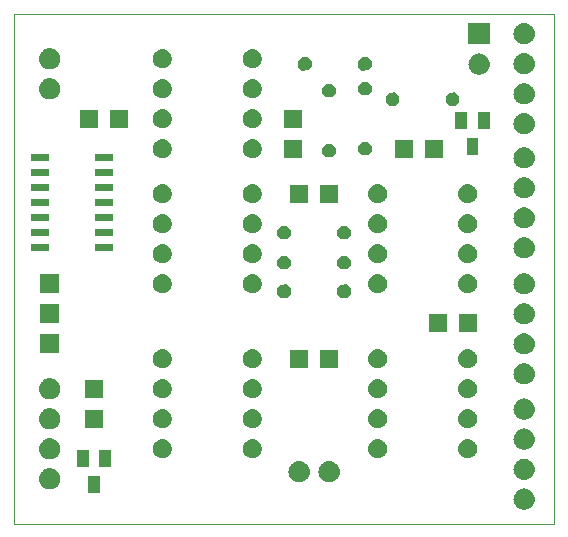
<source format=gts>
G75*
G71*
%OFA0B0*%
%FSLAX23Y23*%
%IPPOS*%
%LPD*%
%ADD10C,0.1*%
%LPD*%D10*
X0Y0D02*
X0Y100D01*
X0Y200D01*
X0Y300D01*
X0Y400D01*
X0Y500D01*
X0Y600D01*
X0Y700D01*
X0Y800D01*
X0Y900D01*
X0Y1000D01*
X0Y1099D01*
X0Y1199D01*
X0Y1299D01*
X0Y1399D01*
X0Y1499D01*
X0Y1599D01*
X0Y1699D01*
X0Y1799D01*
X0Y1899D01*
X0Y1999D01*
X0Y2099D01*
X0Y2199D01*
X0Y2299D01*
X0Y2399D01*
X0Y2499D01*
X0Y2599D01*
X0Y2699D01*
X0Y2799D01*
X0Y2899D01*
X0Y2999D01*
X0Y3099D01*
X0Y3198D01*
X0Y3298D01*
X0Y3398D01*
X0Y3498D01*
X0Y3598D01*
X0Y3698D01*
X0Y3798D01*
X0Y3898D01*
X0Y3998D01*
X0Y4098D01*
X0Y4198D01*
X0Y4298D01*
X0Y4398D01*
X0Y4498D01*
X0Y4598D01*
X0Y4698D01*
X0Y4798D01*
X0Y4898D01*
X0Y4998D01*
X0Y5098D01*
X0Y5198D01*
X0Y5298D01*
X0Y5397D01*
X0Y5497D01*
X0Y5597D01*
X0Y5697D01*
X0Y5797D01*
X0Y5897D01*
X0Y5997D01*
X0Y6097D01*
X0Y6197D01*
X0Y6297D01*
X0Y6397D01*
X0Y6497D01*
X0Y6597D01*
X0Y6697D01*
X0Y6797D01*
X0Y6897D01*
X0Y6997D01*
X0Y7097D01*
X0Y7197D01*
X0Y7297D01*
X0Y7397D01*
X0Y7496D01*
X0Y7596D01*
X0Y7696D01*
X0Y7796D01*
X0Y7896D01*
X0Y7996D01*
X0Y8096D01*
X0Y8196D01*
X0Y8296D01*
X0Y8396D01*
X0Y8496D01*
X0Y8596D01*
X0Y8696D01*
X0Y8796D01*
X0Y8896D01*
X0Y8996D01*
X0Y9096D01*
X0Y9196D01*
X0Y9296D01*
X0Y9396D01*
X0Y9496D01*
X0Y9596D01*
X0Y9695D01*
X0Y9795D01*
X0Y9895D01*
X0Y9995D01*
X0Y10095D01*
X0Y10195D01*
X0Y10295D01*
X0Y10395D01*
X0Y10495D01*
X0Y10595D01*
X0Y10695D01*
X0Y10795D01*
X0Y10895D01*
X0Y10995D01*
X0Y11095D01*
X0Y11195D01*
X0Y11295D01*
X0Y11395D01*
X0Y11495D01*
X0Y11595D01*
X0Y11695D01*
X0Y11794D01*
X0Y11894D01*
X0Y11994D01*
X0Y12094D01*
X0Y12194D01*
X0Y12294D01*
X0Y12394D01*
X0Y12494D01*
X0Y12594D01*
X0Y12694D01*
X0Y12794D01*
X0Y12894D01*
X0Y12994D01*
X0Y13094D01*
X0Y13194D01*
X0Y13294D01*
X0Y13394D01*
X0Y13494D01*
X0Y13594D01*
X0Y13694D01*
X0Y13794D01*
X0Y13894D01*
X0Y13993D01*
X0Y14093D01*
X0Y14193D01*
X0Y14293D01*
X0Y14393D01*
X0Y14493D01*
X0Y14593D01*
X0Y14693D01*
X0Y14793D01*
X0Y14893D01*
X0Y14993D01*
X0Y15093D01*
X0Y15193D01*
X0Y15293D01*
X0Y15393D01*
X0Y15493D01*
X0Y15593D01*
X0Y15693D01*
X0Y15793D01*
X0Y15893D01*
X0Y15993D01*
X0Y16092D01*
X0Y16192D01*
X0Y16292D01*
X0Y16392D01*
X0Y16492D01*
X0Y16592D01*
X0Y16692D01*
X0Y16792D01*
X0Y16892D01*
X0Y16992D01*
X0Y17092D01*
X0Y17192D01*
X0Y17292D01*
X0Y17392D01*
X0Y17492D01*
X0Y17592D01*
X0Y17692D01*
X0Y17792D01*
X0Y17892D01*
X0Y17992D01*
X0Y18092D01*
X0Y18191D01*
X0Y18291D01*
X0Y18391D01*
X0Y18491D01*
X0Y18591D01*
X0Y18691D01*
X0Y18791D01*
X0Y18891D01*
X0Y18991D01*
X0Y19091D01*
X0Y19191D01*
X0Y19291D01*
X0Y19391D01*
X0Y19491D01*
X0Y19591D01*
X0Y19691D01*
X0Y19791D01*
X0Y19891D01*
X0Y19991D01*
X0Y20091D01*
X0Y20191D01*
X0Y20291D01*
X0Y20390D01*
X0Y20490D01*
X0Y20590D01*
X0Y20690D01*
X0Y20790D01*
X0Y20890D01*
X0Y20990D01*
X0Y21090D01*
X0Y21190D01*
X0Y21290D01*
X0Y21390D01*
X0Y21490D01*
X0Y21590D01*
X0Y21690D01*
X0Y21790D01*
X0Y21890D01*
X0Y21990D01*
X0Y22090D01*
X0Y22190D01*
X0Y22290D01*
X0Y22390D01*
X0Y22489D01*
X0Y22589D01*
X0Y22689D01*
X0Y22789D01*
X0Y22889D01*
X0Y22989D01*
X0Y23089D01*
X0Y23189D01*
X0Y23289D01*
X0Y23389D01*
X0Y23489D01*
X0Y23589D01*
X0Y23689D01*
X0Y23789D01*
X0Y23889D01*
X0Y23989D01*
X0Y24089D01*
X0Y24189D01*
X0Y24289D01*
X0Y24389D01*
X0Y24489D01*
X0Y24589D01*
X0Y24688D01*
X0Y24788D01*
X0Y24888D01*
X0Y24988D01*
X0Y25088D01*
X0Y25188D01*
X0Y25288D01*
X0Y25388D01*
X0Y25488D01*
X0Y25588D01*
X0Y25688D01*
X0Y25788D01*
X0Y25888D01*
X0Y25988D01*
X0Y26088D01*
X0Y26188D01*
X0Y26288D01*
X0Y26388D01*
X0Y26488D01*
X0Y26588D01*
X0Y26688D01*
X0Y26787D01*
X0Y26887D01*
X0Y26987D01*
X0Y27087D01*
X0Y27187D01*
X0Y27287D01*
X0Y27387D01*
X0Y27487D01*
X0Y27587D01*
X0Y27687D01*
X0Y27787D01*
X0Y27887D01*
X0Y27987D01*
X0Y28087D01*
X0Y28187D01*
X0Y28287D01*
X0Y28387D01*
X0Y28487D01*
X0Y28587D01*
X0Y28687D01*
X0Y28787D01*
X0Y28887D01*
X0Y28986D01*
X0Y29086D01*
X0Y29186D01*
X0Y29286D01*
X0Y29386D01*
X0Y29486D01*
X0Y29586D01*
X0Y29686D01*
X0Y29786D01*
X0Y29886D01*
X0Y29986D01*
X0Y30086D01*
X0Y30186D01*
X0Y30286D01*
X0Y30386D01*
X0Y30486D01*
X0Y30586D01*
X0Y30686D01*
X0Y30786D01*
X0Y30886D01*
X0Y30986D01*
X0Y31085D01*
X0Y31185D01*
X0Y31285D01*
X0Y31385D01*
X0Y31485D01*
X0Y31585D01*
X0Y31685D01*
X0Y31785D01*
X0Y31885D01*
X0Y31985D01*
X0Y32085D01*
X0Y32185D01*
X0Y32285D01*
X0Y32385D01*
X0Y32485D01*
X0Y32585D01*
X0Y32685D01*
X0Y32785D01*
X0Y32885D01*
X0Y32985D01*
X0Y33085D01*
X0Y33185D01*
X0Y33284D01*
X0Y33384D01*
X0Y33484D01*
X0Y33584D01*
X0Y33684D01*
X0Y33784D01*
X0Y33884D01*
X0Y33984D01*
X0Y34084D01*
X0Y34184D01*
X0Y34284D01*
X0Y34384D01*
X0Y34484D01*
X0Y34584D01*
X0Y34684D01*
X0Y34784D01*
X0Y34884D01*
X0Y34984D01*
X0Y35084D01*
X0Y35184D01*
X0Y35284D01*
X0Y35384D01*
X0Y35483D01*
X0Y35583D01*
X0Y35683D01*
X0Y35783D01*
X0Y35883D01*
X0Y35983D01*
X0Y36083D01*
X0Y36183D01*
X0Y36283D01*
X0Y36383D01*
X0Y36483D01*
X0Y36583D01*
X0Y36683D01*
X0Y36783D01*
X0Y36883D01*
X0Y36983D01*
X0Y37083D01*
X0Y37183D01*
X0Y37283D01*
X0Y37383D01*
X0Y37483D01*
X0Y37582D01*
X0Y37682D01*
X0Y37782D01*
X0Y37882D01*
X0Y37982D01*
X0Y38082D01*
X0Y38182D01*
X0Y38282D01*
X0Y38382D01*
X0Y38482D01*
X0Y38582D01*
X0Y38682D01*
X0Y38782D01*
X0Y38882D01*
X0Y38982D01*
X0Y39082D01*
X0Y39182D01*
X0Y39282D01*
X0Y39382D01*
X0Y39482D01*
X0Y39582D01*
X0Y39682D01*
X0Y39781D01*
X0Y39881D01*
X0Y39981D01*
X0Y40081D01*
X0Y40181D01*
X0Y40281D01*
X0Y40381D01*
X0Y40481D01*
X0Y40581D01*
X0Y40681D01*
X0Y40781D01*
X0Y40881D01*
X0Y40981D01*
X0Y41081D01*
X0Y41181D01*
X0Y41281D01*
X0Y41381D01*
X0Y41481D01*
X0Y41581D01*
X0Y41681D01*
X0Y41781D01*
X0Y41881D01*
X0Y41980D01*
X0Y42080D01*
X0Y42180D01*
X0Y42280D01*
X0Y42380D01*
X0Y42480D01*
X0Y42580D01*
X0Y42680D01*
X0Y42780D01*
X0Y42880D01*
X0Y42980D01*
X0Y43080D01*
X0Y43180D01*
X100Y43180D01*
X200Y43180D01*
X299Y43180D01*
X399Y43180D01*
X499Y43180D01*
X599Y43180D01*
X699Y43180D01*
X799Y43180D01*
X898Y43180D01*
X998Y43180D01*
X1098Y43180D01*
X1198Y43180D01*
X1298Y43180D01*
X1398Y43180D01*
X1497Y43180D01*
X1597Y43180D01*
X1697Y43180D01*
X1797Y43180D01*
X1897Y43180D01*
X1996Y43180D01*
X2096Y43180D01*
X2196Y43180D01*
X2296Y43180D01*
X2396Y43180D01*
X2496Y43180D01*
X2595Y43180D01*
X2695Y43180D01*
X2795Y43180D01*
X2895Y43180D01*
X2995Y43180D01*
X3095Y43180D01*
X3194Y43180D01*
X3294Y43180D01*
X3394Y43180D01*
X3494Y43180D01*
X3594Y43180D01*
X3694Y43180D01*
X3793Y43180D01*
X3893Y43180D01*
X3993Y43180D01*
X4093Y43180D01*
X4193Y43180D01*
X4292Y43180D01*
X4392Y43180D01*
X4492Y43180D01*
X4592Y43180D01*
X4692Y43180D01*
X4792Y43180D01*
X4891Y43180D01*
X4991Y43180D01*
X5091Y43180D01*
X5191Y43180D01*
X5291Y43180D01*
X5391Y43180D01*
X5490Y43180D01*
X5590Y43180D01*
X5690Y43180D01*
X5790Y43180D01*
X5890Y43180D01*
X5989Y43180D01*
X6089Y43180D01*
X6189Y43180D01*
X6289Y43180D01*
X6389Y43180D01*
X6489Y43180D01*
X6588Y43180D01*
X6688Y43180D01*
X6788Y43180D01*
X6888Y43180D01*
X6988Y43180D01*
X7088Y43180D01*
X7187Y43180D01*
X7287Y43180D01*
X7387Y43180D01*
X7487Y43180D01*
X7587Y43180D01*
X7687Y43180D01*
X7786Y43180D01*
X7886Y43180D01*
X7986Y43180D01*
X8086Y43180D01*
X8186Y43180D01*
X8285Y43180D01*
X8385Y43180D01*
X8485Y43180D01*
X8585Y43180D01*
X8685Y43180D01*
X8785Y43180D01*
X8884Y43180D01*
X8984Y43180D01*
X9084Y43180D01*
X9184Y43180D01*
X9284Y43180D01*
X9384Y43180D01*
X9483Y43180D01*
X9583Y43180D01*
X9683Y43180D01*
X9783Y43180D01*
X9883Y43180D01*
X9982Y43180D01*
X10082Y43180D01*
X10182Y43180D01*
X10282Y43180D01*
X10382Y43180D01*
X10482Y43180D01*
X10581Y43180D01*
X10681Y43180D01*
X10781Y43180D01*
X10881Y43180D01*
X10981Y43180D01*
X11081Y43180D01*
X11180Y43180D01*
X11280Y43180D01*
X11380Y43180D01*
X11480Y43180D01*
X11580Y43180D01*
X11680Y43180D01*
X11779Y43180D01*
X11879Y43180D01*
X11979Y43180D01*
X12079Y43180D01*
X12179Y43180D01*
X12278Y43180D01*
X12378Y43180D01*
X12478Y43180D01*
X12578Y43180D01*
X12678Y43180D01*
X12778Y43180D01*
X12877Y43180D01*
X12977Y43180D01*
X13077Y43180D01*
X13177Y43180D01*
X13277Y43180D01*
X13377Y43180D01*
X13476Y43180D01*
X13576Y43180D01*
X13676Y43180D01*
X13776Y43180D01*
X13876Y43180D01*
X13975Y43180D01*
X14075Y43180D01*
X14175Y43180D01*
X14275Y43180D01*
X14375Y43180D01*
X14475Y43180D01*
X14574Y43180D01*
X14674Y43180D01*
X14774Y43180D01*
X14874Y43180D01*
X14974Y43180D01*
X15074Y43180D01*
X15173Y43180D01*
X15273Y43180D01*
X15373Y43180D01*
X15473Y43180D01*
X15573Y43180D01*
X15672Y43180D01*
X15772Y43180D01*
X15872Y43180D01*
X15972Y43180D01*
X16072Y43180D01*
X16172Y43180D01*
X16271Y43180D01*
X16371Y43180D01*
X16471Y43180D01*
X16571Y43180D01*
X16671Y43180D01*
X16771Y43180D01*
X16870Y43180D01*
X16970Y43180D01*
X17070Y43180D01*
X17170Y43180D01*
X17270Y43180D01*
X17370Y43180D01*
X17469Y43180D01*
X17569Y43180D01*
X17669Y43180D01*
X17769Y43180D01*
X17869Y43180D01*
X17968Y43180D01*
X18068Y43180D01*
X18168Y43180D01*
X18268Y43180D01*
X18368Y43180D01*
X18468Y43180D01*
X18567Y43180D01*
X18667Y43180D01*
X18767Y43180D01*
X18867Y43180D01*
X18967Y43180D01*
X19067Y43180D01*
X19166Y43180D01*
X19266Y43180D01*
X19366Y43180D01*
X19466Y43180D01*
X19566Y43180D01*
X19665Y43180D01*
X19765Y43180D01*
X19865Y43180D01*
X19965Y43180D01*
X20065Y43180D01*
X20165Y43180D01*
X20264Y43180D01*
X20364Y43180D01*
X20464Y43180D01*
X20564Y43180D01*
X20664Y43180D01*
X20764Y43180D01*
X20863Y43180D01*
X20963Y43180D01*
X21063Y43180D01*
X21163Y43180D01*
X21263Y43180D01*
X21363Y43180D01*
X21462Y43180D01*
X21562Y43180D01*
X21662Y43180D01*
X21762Y43180D01*
X21862Y43180D01*
X21961Y43180D01*
X22061Y43180D01*
X22161Y43180D01*
X22261Y43180D01*
X22361Y43180D01*
X22461Y43180D01*
X22560Y43180D01*
X22660Y43180D01*
X22760Y43180D01*
X22860Y43180D01*
X22960Y43180D01*
X23060Y43180D01*
X23159Y43180D01*
X23259Y43180D01*
X23359Y43180D01*
X23459Y43180D01*
X23559Y43180D01*
X23659Y43180D01*
X23758Y43180D01*
X23858Y43180D01*
X23958Y43180D01*
X24058Y43180D01*
X24158Y43180D01*
X24257Y43180D01*
X24357Y43180D01*
X24457Y43180D01*
X24557Y43180D01*
X24657Y43180D01*
X24757Y43180D01*
X24856Y43180D01*
X24956Y43180D01*
X25056Y43180D01*
X25156Y43180D01*
X25256Y43180D01*
X25356Y43180D01*
X25455Y43180D01*
X25555Y43180D01*
X25655Y43180D01*
X25755Y43180D01*
X25855Y43180D01*
X25954Y43180D01*
X26054Y43180D01*
X26154Y43180D01*
X26254Y43180D01*
X26354Y43180D01*
X26454Y43180D01*
X26553Y43180D01*
X26653Y43180D01*
X26753Y43180D01*
X26853Y43180D01*
X26953Y43180D01*
X27053Y43180D01*
X27152Y43180D01*
X27252Y43180D01*
X27352Y43180D01*
X27452Y43180D01*
X27552Y43180D01*
X27651Y43180D01*
X27751Y43180D01*
X27851Y43180D01*
X27951Y43180D01*
X28051Y43180D01*
X28151Y43180D01*
X28250Y43180D01*
X28350Y43180D01*
X28450Y43180D01*
X28550Y43180D01*
X28650Y43180D01*
X28750Y43180D01*
X28849Y43180D01*
X28949Y43180D01*
X29049Y43180D01*
X29149Y43180D01*
X29249Y43180D01*
X29349Y43180D01*
X29448Y43180D01*
X29548Y43180D01*
X29648Y43180D01*
X29748Y43180D01*
X29848Y43180D01*
X29947Y43180D01*
X30047Y43180D01*
X30147Y43180D01*
X30247Y43180D01*
X30347Y43180D01*
X30447Y43180D01*
X30546Y43180D01*
X30646Y43180D01*
X30746Y43180D01*
X30846Y43180D01*
X30946Y43180D01*
X31046Y43180D01*
X31145Y43180D01*
X31245Y43180D01*
X31345Y43180D01*
X31445Y43180D01*
X31545Y43180D01*
X31645Y43180D01*
X31744Y43180D01*
X31844Y43180D01*
X31944Y43180D01*
X32044Y43180D01*
X32144Y43180D01*
X32243Y43180D01*
X32343Y43180D01*
X32443Y43180D01*
X32543Y43180D01*
X32643Y43180D01*
X32743Y43180D01*
X32842Y43180D01*
X32942Y43180D01*
X33042Y43180D01*
X33142Y43180D01*
X33242Y43180D01*
X33342Y43180D01*
X33441Y43180D01*
X33541Y43180D01*
X33641Y43180D01*
X33741Y43180D01*
X33841Y43180D01*
X33940Y43180D01*
X34040Y43180D01*
X34140Y43180D01*
X34240Y43180D01*
X34340Y43180D01*
X34440Y43180D01*
X34539Y43180D01*
X34639Y43180D01*
X34739Y43180D01*
X34839Y43180D01*
X34939Y43180D01*
X35039Y43180D01*
X35138Y43180D01*
X35238Y43180D01*
X35338Y43180D01*
X35438Y43180D01*
X35538Y43180D01*
X35638Y43180D01*
X35737Y43180D01*
X35837Y43180D01*
X35937Y43180D01*
X36037Y43180D01*
X36137Y43180D01*
X36236Y43180D01*
X36336Y43180D01*
X36436Y43180D01*
X36536Y43180D01*
X36636Y43180D01*
X36736Y43180D01*
X36835Y43180D01*
X36935Y43180D01*
X37035Y43180D01*
X37135Y43180D01*
X37235Y43180D01*
X37335Y43180D01*
X37434Y43180D01*
X37534Y43180D01*
X37634Y43180D01*
X37734Y43180D01*
X37834Y43180D01*
X37934Y43180D01*
X38033Y43180D01*
X38133Y43180D01*
X38233Y43180D01*
X38333Y43180D01*
X38433Y43180D01*
X38532Y43180D01*
X38632Y43180D01*
X38732Y43180D01*
X38832Y43180D01*
X38932Y43180D01*
X39032Y43180D01*
X39131Y43180D01*
X39231Y43180D01*
X39331Y43180D01*
X39431Y43180D01*
X39531Y43180D01*
X39631Y43180D01*
X39730Y43180D01*
X39830Y43180D01*
X39930Y43180D01*
X40030Y43180D01*
X40130Y43180D01*
X40230Y43180D01*
X40329Y43180D01*
X40429Y43180D01*
X40529Y43180D01*
X40629Y43180D01*
X40729Y43180D01*
X40828Y43180D01*
X40928Y43180D01*
X41028Y43180D01*
X41128Y43180D01*
X41228Y43180D01*
X41328Y43180D01*
X41427Y43180D01*
X41527Y43180D01*
X41627Y43180D01*
X41727Y43180D01*
X41827Y43180D01*
X41927Y43180D01*
X42026Y43180D01*
X42126Y43180D01*
X42226Y43180D01*
X42326Y43180D01*
X42426Y43180D01*
X42525Y43180D01*
X42625Y43180D01*
X42725Y43180D01*
X42825Y43180D01*
X42925Y43180D01*
X43025Y43180D01*
X43124Y43180D01*
X43224Y43180D01*
X43324Y43180D01*
X43424Y43180D01*
X43524Y43180D01*
X43624Y43180D01*
X43723Y43180D01*
X43823Y43180D01*
X43923Y43180D01*
X44023Y43180D01*
X44123Y43180D01*
X44223Y43180D01*
X44322Y43180D01*
X44422Y43180D01*
X44522Y43180D01*
X44622Y43180D01*
X44722Y43180D01*
X44822Y43180D01*
X44921Y43180D01*
X45021Y43180D01*
X45121Y43180D01*
X45221Y43180D01*
X45321Y43180D01*
X45420Y43180D01*
X45520Y43180D01*
X45620Y43180D01*
X45720Y43180D01*
X45720Y43080D01*
X45720Y42980D01*
X45720Y42880D01*
X45720Y42780D01*
X45720Y42680D01*
X45720Y42580D01*
X45720Y42480D01*
X45720Y42380D01*
X45720Y42280D01*
X45720Y42180D01*
X45720Y42081D01*
X45720Y41981D01*
X45720Y41881D01*
X45720Y41781D01*
X45720Y41681D01*
X45720Y41581D01*
X45720Y41481D01*
X45720Y41381D01*
X45720Y41281D01*
X45720Y41181D01*
X45720Y41081D01*
X45720Y40981D01*
X45720Y40881D01*
X45720Y40781D01*
X45720Y40681D01*
X45720Y40581D01*
X45720Y40481D01*
X45720Y40381D01*
X45720Y40281D01*
X45720Y40181D01*
X45720Y40081D01*
X45720Y39982D01*
X45720Y39882D01*
X45720Y39782D01*
X45720Y39682D01*
X45720Y39582D01*
X45720Y39482D01*
X45720Y39382D01*
X45720Y39282D01*
X45720Y39182D01*
X45720Y39082D01*
X45720Y38982D01*
X45720Y38882D01*
X45720Y38782D01*
X45720Y38682D01*
X45720Y38582D01*
X45720Y38482D01*
X45720Y38382D01*
X45720Y38282D01*
X45720Y38182D01*
X45720Y38082D01*
X45720Y37982D01*
X45720Y37882D01*
X45720Y37783D01*
X45720Y37683D01*
X45720Y37583D01*
X45720Y37483D01*
X45720Y37383D01*
X45720Y37283D01*
X45720Y37183D01*
X45720Y37083D01*
X45720Y36983D01*
X45720Y36883D01*
X45720Y36783D01*
X45720Y36683D01*
X45720Y36583D01*
X45720Y36483D01*
X45720Y36383D01*
X45720Y36283D01*
X45720Y36183D01*
X45720Y36083D01*
X45720Y35983D01*
X45720Y35883D01*
X45720Y35783D01*
X45720Y35684D01*
X45720Y35584D01*
X45720Y35484D01*
X45720Y35384D01*
X45720Y35284D01*
X45720Y35184D01*
X45720Y35084D01*
X45720Y34984D01*
X45720Y34884D01*
X45720Y34784D01*
X45720Y34684D01*
X45720Y34584D01*
X45720Y34484D01*
X45720Y34384D01*
X45720Y34284D01*
X45720Y34184D01*
X45720Y34084D01*
X45720Y33984D01*
X45720Y33884D01*
X45720Y33784D01*
X45720Y33684D01*
X45720Y33584D01*
X45720Y33485D01*
X45720Y33385D01*
X45720Y33285D01*
X45720Y33185D01*
X45720Y33085D01*
X45720Y32985D01*
X45720Y32885D01*
X45720Y32785D01*
X45720Y32685D01*
X45720Y32585D01*
X45720Y32485D01*
X45720Y32385D01*
X45720Y32285D01*
X45720Y32185D01*
X45720Y32085D01*
X45720Y31985D01*
X45720Y31885D01*
X45720Y31785D01*
X45720Y31685D01*
X45720Y31585D01*
X45720Y31485D01*
X45720Y31386D01*
X45720Y31286D01*
X45720Y31186D01*
X45720Y31086D01*
X45720Y30986D01*
X45720Y30886D01*
X45720Y30786D01*
X45720Y30686D01*
X45720Y30586D01*
X45720Y30486D01*
X45720Y30386D01*
X45720Y30286D01*
X45720Y30186D01*
X45720Y30086D01*
X45720Y29986D01*
X45720Y29886D01*
X45720Y29786D01*
X45720Y29686D01*
X45720Y29586D01*
X45720Y29486D01*
X45720Y29386D01*
X45720Y29286D01*
X45720Y29187D01*
X45720Y29087D01*
X45720Y28987D01*
X45720Y28887D01*
X45720Y28787D01*
X45720Y28687D01*
X45720Y28587D01*
X45720Y28487D01*
X45720Y28387D01*
X45720Y28287D01*
X45720Y28187D01*
X45720Y28087D01*
X45720Y27987D01*
X45720Y27887D01*
X45720Y27787D01*
X45720Y27687D01*
X45720Y27587D01*
X45720Y27487D01*
X45720Y27387D01*
X45720Y27287D01*
X45720Y27187D01*
X45720Y27088D01*
X45720Y26988D01*
X45720Y26888D01*
X45720Y26788D01*
X45720Y26688D01*
X45720Y26588D01*
X45720Y26488D01*
X45720Y26388D01*
X45720Y26288D01*
X45720Y26188D01*
X45720Y26088D01*
X45720Y25988D01*
X45720Y25888D01*
X45720Y25788D01*
X45720Y25688D01*
X45720Y25588D01*
X45720Y25488D01*
X45720Y25388D01*
X45720Y25288D01*
X45720Y25188D01*
X45720Y25088D01*
X45720Y24989D01*
X45720Y24889D01*
X45720Y24789D01*
X45720Y24689D01*
X45720Y24589D01*
X45720Y24489D01*
X45720Y24389D01*
X45720Y24289D01*
X45720Y24189D01*
X45720Y24089D01*
X45720Y23989D01*
X45720Y23889D01*
X45720Y23789D01*
X45720Y23689D01*
X45720Y23589D01*
X45720Y23489D01*
X45720Y23389D01*
X45720Y23289D01*
X45720Y23189D01*
X45720Y23089D01*
X45720Y22989D01*
X45720Y22889D01*
X45720Y22790D01*
X45720Y22690D01*
X45720Y22590D01*
X45720Y22490D01*
X45720Y22390D01*
X45720Y22290D01*
X45720Y22190D01*
X45720Y22090D01*
X45720Y21990D01*
X45720Y21890D01*
X45720Y21790D01*
X45720Y21690D01*
X45720Y21590D01*
X45720Y21490D01*
X45720Y21390D01*
X45720Y21290D01*
X45720Y21190D01*
X45720Y21090D01*
X45720Y20990D01*
X45720Y20890D01*
X45720Y20790D01*
X45720Y20691D01*
X45720Y20591D01*
X45720Y20491D01*
X45720Y20391D01*
X45720Y20291D01*
X45720Y20191D01*
X45720Y20091D01*
X45720Y19991D01*
X45720Y19891D01*
X45720Y19791D01*
X45720Y19691D01*
X45720Y19591D01*
X45720Y19491D01*
X45720Y19391D01*
X45720Y19291D01*
X45720Y19191D01*
X45720Y19091D01*
X45720Y18991D01*
X45720Y18891D01*
X45720Y18791D01*
X45720Y18691D01*
X45720Y18591D01*
X45720Y18492D01*
X45720Y18392D01*
X45720Y18292D01*
X45720Y18192D01*
X45720Y18092D01*
X45720Y17992D01*
X45720Y17892D01*
X45720Y17792D01*
X45720Y17692D01*
X45720Y17592D01*
X45720Y17492D01*
X45720Y17392D01*
X45720Y17292D01*
X45720Y17192D01*
X45720Y17092D01*
X45720Y16992D01*
X45720Y16892D01*
X45720Y16792D01*
X45720Y16692D01*
X45720Y16592D01*
X45720Y16492D01*
X45720Y16393D01*
X45720Y16293D01*
X45720Y16193D01*
X45720Y16093D01*
X45720Y15993D01*
X45720Y15893D01*
X45720Y15793D01*
X45720Y15693D01*
X45720Y15593D01*
X45720Y15493D01*
X45720Y15393D01*
X45720Y15293D01*
X45720Y15193D01*
X45720Y15093D01*
X45720Y14993D01*
X45720Y14893D01*
X45720Y14793D01*
X45720Y14693D01*
X45720Y14593D01*
X45720Y14493D01*
X45720Y14393D01*
X45720Y14293D01*
X45720Y14194D01*
X45720Y14094D01*
X45720Y13994D01*
X45720Y13894D01*
X45720Y13794D01*
X45720Y13694D01*
X45720Y13594D01*
X45720Y13494D01*
X45720Y13394D01*
X45720Y13294D01*
X45720Y13194D01*
X45720Y13094D01*
X45720Y12994D01*
X45720Y12894D01*
X45720Y12794D01*
X45720Y12694D01*
X45720Y12594D01*
X45720Y12494D01*
X45720Y12394D01*
X45720Y12294D01*
X45720Y12194D01*
X45720Y12095D01*
X45720Y11995D01*
X45720Y11895D01*
X45720Y11795D01*
X45720Y11695D01*
X45720Y11595D01*
X45720Y11495D01*
X45720Y11395D01*
X45720Y11295D01*
X45720Y11195D01*
X45720Y11095D01*
X45720Y10995D01*
X45720Y10895D01*
X45720Y10795D01*
X45720Y10695D01*
X45720Y10595D01*
X45720Y10495D01*
X45720Y10395D01*
X45720Y10295D01*
X45720Y10195D01*
X45720Y10095D01*
X45720Y9995D01*
X45720Y9896D01*
X45720Y9796D01*
X45720Y9696D01*
X45720Y9596D01*
X45720Y9496D01*
X45720Y9396D01*
X45720Y9296D01*
X45720Y9196D01*
X45720Y9096D01*
X45720Y8996D01*
X45720Y8896D01*
X45720Y8796D01*
X45720Y8696D01*
X45720Y8596D01*
X45720Y8496D01*
X45720Y8396D01*
X45720Y8296D01*
X45720Y8196D01*
X45720Y8096D01*
X45720Y7996D01*
X45720Y7896D01*
X45720Y7796D01*
X45720Y7697D01*
X45720Y7597D01*
X45720Y7497D01*
X45720Y7397D01*
X45720Y7297D01*
X45720Y7197D01*
X45720Y7097D01*
X45720Y6997D01*
X45720Y6897D01*
X45720Y6797D01*
X45720Y6697D01*
X45720Y6597D01*
X45720Y6497D01*
X45720Y6397D01*
X45720Y6297D01*
X45720Y6197D01*
X45720Y6097D01*
X45720Y5997D01*
X45720Y5897D01*
X45720Y5797D01*
X45720Y5697D01*
X45720Y5598D01*
X45720Y5498D01*
X45720Y5398D01*
X45720Y5298D01*
X45720Y5198D01*
X45720Y5098D01*
X45720Y4998D01*
X45720Y4898D01*
X45720Y4798D01*
X45720Y4698D01*
X45720Y4598D01*
X45720Y4498D01*
X45720Y4398D01*
X45720Y4298D01*
X45720Y4198D01*
X45720Y4098D01*
X45720Y3998D01*
X45720Y3898D01*
X45720Y3798D01*
X45720Y3698D01*
X45720Y3598D01*
X45720Y3498D01*
X45720Y3399D01*
X45720Y3299D01*
X45720Y3199D01*
X45720Y3099D01*
X45720Y2999D01*
X45720Y2899D01*
X45720Y2799D01*
X45720Y2699D01*
X45720Y2599D01*
X45720Y2499D01*
X45720Y2399D01*
X45720Y2299D01*
X45720Y2199D01*
X45720Y2099D01*
X45720Y1999D01*
X45720Y1899D01*
X45720Y1799D01*
X45720Y1699D01*
X45720Y1599D01*
X45720Y1499D01*
X45720Y1399D01*
X45720Y1299D01*
X45720Y1200D01*
X45720Y1100D01*
X45720Y1000D01*
X45720Y900D01*
X45720Y800D01*
X45720Y700D01*
X45720Y600D01*
X45720Y500D01*
X45720Y400D01*
X45720Y300D01*
X45720Y200D01*
X45720Y100D01*
X45720Y0D01*
X45620Y0D01*
X45520Y0D01*
X45421Y0D01*
X45321Y0D01*
X45221Y0D01*
X45121Y0D01*
X45021Y0D01*
X44921Y0D01*
X44822Y0D01*
X44722Y0D01*
X44622Y0D01*
X44522Y0D01*
X44422Y0D01*
X44322Y0D01*
X44223Y0D01*
X44123Y0D01*
X44023Y0D01*
X43923Y0D01*
X43823Y0D01*
X43724Y0D01*
X43624Y0D01*
X43524Y0D01*
X43424Y0D01*
X43324Y0D01*
X43224Y0D01*
X43125Y0D01*
X43025Y0D01*
X42925Y0D01*
X42825Y0D01*
X42725Y0D01*
X42625Y0D01*
X42526Y0D01*
X42426Y0D01*
X42326Y0D01*
X42226Y0D01*
X42126Y0D01*
X42026Y0D01*
X41927Y0D01*
X41827Y0D01*
X41727Y0D01*
X41627Y0D01*
X41527Y0D01*
X41428Y0D01*
X41328Y0D01*
X41228Y0D01*
X41128Y0D01*
X41028Y0D01*
X40928Y0D01*
X40829Y0D01*
X40729Y0D01*
X40629Y0D01*
X40529Y0D01*
X40429Y0D01*
X40329Y0D01*
X40230Y0D01*
X40130Y0D01*
X40030Y0D01*
X39930Y0D01*
X39830Y0D01*
X39731Y0D01*
X39631Y0D01*
X39531Y0D01*
X39431Y0D01*
X39331Y0D01*
X39231Y0D01*
X39132Y0D01*
X39032Y0D01*
X38932Y0D01*
X38832Y0D01*
X38732Y0D01*
X38632Y0D01*
X38533Y0D01*
X38433Y0D01*
X38333Y0D01*
X38233Y0D01*
X38133Y0D01*
X38033Y0D01*
X37934Y0D01*
X37834Y0D01*
X37734Y0D01*
X37634Y0D01*
X37534Y0D01*
X37435Y0D01*
X37335Y0D01*
X37235Y0D01*
X37135Y0D01*
X37035Y0D01*
X36935Y0D01*
X36836Y0D01*
X36736Y0D01*
X36636Y0D01*
X36536Y0D01*
X36436Y0D01*
X36336Y0D01*
X36237Y0D01*
X36137Y0D01*
X36037Y0D01*
X35937Y0D01*
X35837Y0D01*
X35738Y0D01*
X35638Y0D01*
X35538Y0D01*
X35438Y0D01*
X35338Y0D01*
X35238Y0D01*
X35139Y0D01*
X35039Y0D01*
X34939Y0D01*
X34839Y0D01*
X34739Y0D01*
X34639Y0D01*
X34540Y0D01*
X34440Y0D01*
X34340Y0D01*
X34240Y0D01*
X34140Y0D01*
X34040Y0D01*
X33941Y0D01*
X33841Y0D01*
X33741Y0D01*
X33641Y0D01*
X33541Y0D01*
X33442Y0D01*
X33342Y0D01*
X33242Y0D01*
X33142Y0D01*
X33042Y0D01*
X32942Y0D01*
X32843Y0D01*
X32743Y0D01*
X32643Y0D01*
X32543Y0D01*
X32443Y0D01*
X32343Y0D01*
X32244Y0D01*
X32144Y0D01*
X32044Y0D01*
X31944Y0D01*
X31844Y0D01*
X31745Y0D01*
X31645Y0D01*
X31545Y0D01*
X31445Y0D01*
X31345Y0D01*
X31245Y0D01*
X31146Y0D01*
X31046Y0D01*
X30946Y0D01*
X30846Y0D01*
X30746Y0D01*
X30646Y0D01*
X30547Y0D01*
X30447Y0D01*
X30347Y0D01*
X30247Y0D01*
X30147Y0D01*
X30048Y0D01*
X29948Y0D01*
X29848Y0D01*
X29748Y0D01*
X29648Y0D01*
X29548Y0D01*
X29449Y0D01*
X29349Y0D01*
X29249Y0D01*
X29149Y0D01*
X29049Y0D01*
X28949Y0D01*
X28850Y0D01*
X28750Y0D01*
X28650Y0D01*
X28550Y0D01*
X28450Y0D01*
X28350Y0D01*
X28251Y0D01*
X28151Y0D01*
X28051Y0D01*
X27951Y0D01*
X27851Y0D01*
X27752Y0D01*
X27652Y0D01*
X27552Y0D01*
X27452Y0D01*
X27352Y0D01*
X27252Y0D01*
X27153Y0D01*
X27053Y0D01*
X26953Y0D01*
X26853Y0D01*
X26753Y0D01*
X26653Y0D01*
X26554Y0D01*
X26454Y0D01*
X26354Y0D01*
X26254Y0D01*
X26154Y0D01*
X26055Y0D01*
X25955Y0D01*
X25855Y0D01*
X25755Y0D01*
X25655Y0D01*
X25555Y0D01*
X25456Y0D01*
X25356Y0D01*
X25256Y0D01*
X25156Y0D01*
X25056Y0D01*
X24956Y0D01*
X24857Y0D01*
X24757Y0D01*
X24657Y0D01*
X24557Y0D01*
X24457Y0D01*
X24357Y0D01*
X24258Y0D01*
X24158Y0D01*
X24058Y0D01*
X23958Y0D01*
X23858Y0D01*
X23759Y0D01*
X23659Y0D01*
X23559Y0D01*
X23459Y0D01*
X23359Y0D01*
X23259Y0D01*
X23160Y0D01*
X23060Y0D01*
X22960Y0D01*
X22860Y0D01*
X22760Y0D01*
X22660Y0D01*
X22561Y0D01*
X22461Y0D01*
X22361Y0D01*
X22261Y0D01*
X22161Y0D01*
X22061Y0D01*
X21962Y0D01*
X21862Y0D01*
X21762Y0D01*
X21662Y0D01*
X21562Y0D01*
X21463Y0D01*
X21363Y0D01*
X21263Y0D01*
X21163Y0D01*
X21063Y0D01*
X20963Y0D01*
X20864Y0D01*
X20764Y0D01*
X20664Y0D01*
X20564Y0D01*
X20464Y0D01*
X20364Y0D01*
X20265Y0D01*
X20165Y0D01*
X20065Y0D01*
X19965Y0D01*
X19865Y0D01*
X19766Y0D01*
X19666Y0D01*
X19566Y0D01*
X19466Y0D01*
X19366Y0D01*
X19266Y0D01*
X19167Y0D01*
X19067Y0D01*
X18967Y0D01*
X18867Y0D01*
X18767Y0D01*
X18667Y0D01*
X18568Y0D01*
X18468Y0D01*
X18368Y0D01*
X18268Y0D01*
X18168Y0D01*
X18069Y0D01*
X17969Y0D01*
X17869Y0D01*
X17769Y0D01*
X17669Y0D01*
X17569Y0D01*
X17470Y0D01*
X17370Y0D01*
X17270Y0D01*
X17170Y0D01*
X17070Y0D01*
X16970Y0D01*
X16871Y0D01*
X16771Y0D01*
X16671Y0D01*
X16571Y0D01*
X16471Y0D01*
X16371Y0D01*
X16272Y0D01*
X16172Y0D01*
X16072Y0D01*
X15972Y0D01*
X15872Y0D01*
X15773Y0D01*
X15673Y0D01*
X15573Y0D01*
X15473Y0D01*
X15373Y0D01*
X15273Y0D01*
X15174Y0D01*
X15074Y0D01*
X14974Y0D01*
X14874Y0D01*
X14774Y0D01*
X14674Y0D01*
X14575Y0D01*
X14475Y0D01*
X14375Y0D01*
X14275Y0D01*
X14175Y0D01*
X14075Y0D01*
X13976Y0D01*
X13876Y0D01*
X13776Y0D01*
X13676Y0D01*
X13576Y0D01*
X13477Y0D01*
X13377Y0D01*
X13277Y0D01*
X13177Y0D01*
X13077Y0D01*
X12977Y0D01*
X12878Y0D01*
X12778Y0D01*
X12678Y0D01*
X12578Y0D01*
X12478Y0D01*
X12378Y0D01*
X12279Y0D01*
X12179Y0D01*
X12079Y0D01*
X11979Y0D01*
X11879Y0D01*
X11780Y0D01*
X11680Y0D01*
X11580Y0D01*
X11480Y0D01*
X11380Y0D01*
X11280Y0D01*
X11181Y0D01*
X11081Y0D01*
X10981Y0D01*
X10881Y0D01*
X10781Y0D01*
X10681Y0D01*
X10582Y0D01*
X10482Y0D01*
X10382Y0D01*
X10282Y0D01*
X10182Y0D01*
X10082Y0D01*
X9983Y0D01*
X9883Y0D01*
X9783Y0D01*
X9683Y0D01*
X9583Y0D01*
X9484Y0D01*
X9384Y0D01*
X9284Y0D01*
X9184Y0D01*
X9084Y0D01*
X8984Y0D01*
X8885Y0D01*
X8785Y0D01*
X8685Y0D01*
X8585Y0D01*
X8485Y0D01*
X8385Y0D01*
X8286Y0D01*
X8186Y0D01*
X8086Y0D01*
X7986Y0D01*
X7886Y0D01*
X7786Y0D01*
X7687Y0D01*
X7587Y0D01*
X7487Y0D01*
X7387Y0D01*
X7287Y0D01*
X7188Y0D01*
X7088Y0D01*
X6988Y0D01*
X6888Y0D01*
X6788Y0D01*
X6688Y0D01*
X6589Y0D01*
X6489Y0D01*
X6389Y0D01*
X6289Y0D01*
X6189Y0D01*
X6089Y0D01*
X5990Y0D01*
X5890Y0D01*
X5790Y0D01*
X5690Y0D01*
X5590Y0D01*
X5490Y0D01*
X5391Y0D01*
X5291Y0D01*
X5191Y0D01*
X5091Y0D01*
X4991Y0D01*
X4892Y0D01*
X4792Y0D01*
X4692Y0D01*
X4592Y0D01*
X4492Y0D01*
X4392Y0D01*
X4293Y0D01*
X4193Y0D01*
X4093Y0D01*
X3993Y0D01*
X3893Y0D01*
X3793Y0D01*
X3694Y0D01*
X3594Y0D01*
X3494Y0D01*
X3394Y0D01*
X3294Y0D01*
X3195Y0D01*
X3095Y0D01*
X2995Y0D01*
X2895Y0D01*
X2795Y0D01*
X2695Y0D01*
X2596Y0D01*
X2496Y0D01*
X2396Y0D01*
X2296Y0D01*
X2196Y0D01*
X2096Y0D01*
X1997Y0D01*
X1897Y0D01*
X1797Y0D01*
X1697Y0D01*
X1597Y0D01*
X1497Y0D01*
X1398Y0D01*
X1298Y0D01*
X1198Y0D01*
X1098Y0D01*
X998Y0D01*
X898Y0D01*
X799Y0D01*
X699Y0D01*
X599Y0D01*
X499Y0D01*
X399Y0D01*
X300Y0D01*
X200Y0D01*
X100Y0D01*
X0Y0D01*
X0Y0D01*
G36*
X12540Y40170D02*
X12540Y40170D01*
X12636Y40164D01*
X12732Y40147D01*
X12824Y40118D01*
X12912Y40079D01*
X12994Y40028D01*
X13070Y39969D01*
X13139Y39900D01*
X13198Y39824D01*
X13249Y39742D01*
X13288Y39654D01*
X13317Y39562D01*
X13334Y39466D01*
X13340Y39370D01*
X13340Y39370D01*
X13334Y39274D01*
X13317Y39178D01*
X13288Y39086D01*
X13249Y38998D01*
X13198Y38916D01*
X13139Y38840D01*
X13070Y38771D01*
X12994Y38712D01*
X12912Y38661D01*
X12824Y38622D01*
X12732Y38593D01*
X12636Y38576D01*
X12540Y38570D01*
X12540Y38570D01*
X12444Y38576D01*
X12348Y38593D01*
X12256Y38622D01*
X12168Y38661D01*
X12086Y38712D01*
X12010Y38771D01*
X11941Y38840D01*
X11882Y38916D01*
X11831Y38998D01*
X11792Y39086D01*
X11763Y39178D01*
X11746Y39274D01*
X11740Y39370D01*
X11740Y39370D01*
X11746Y39466D01*
X11763Y39562D01*
X11792Y39654D01*
X11831Y39742D01*
X11882Y39824D01*
X11941Y39900D01*
X12010Y39969D01*
X12086Y40028D01*
X12168Y40079D01*
X12256Y40118D01*
X12348Y40147D01*
X12444Y40164D01*
X12540Y40170D01*
G37*
G36*
X12540Y37630D02*
X12540Y37630D01*
X12636Y37624D01*
X12732Y37607D01*
X12824Y37578D01*
X12912Y37539D01*
X12994Y37488D01*
X13070Y37429D01*
X13139Y37360D01*
X13198Y37284D01*
X13249Y37202D01*
X13288Y37114D01*
X13317Y37022D01*
X13334Y36926D01*
X13340Y36830D01*
X13340Y36830D01*
X13334Y36734D01*
X13317Y36638D01*
X13288Y36546D01*
X13249Y36458D01*
X13198Y36376D01*
X13139Y36300D01*
X13070Y36231D01*
X12994Y36172D01*
X12912Y36121D01*
X12824Y36082D01*
X12732Y36053D01*
X12636Y36036D01*
X12540Y36030D01*
X12540Y36030D01*
X12444Y36036D01*
X12348Y36053D01*
X12256Y36082D01*
X12168Y36121D01*
X12086Y36172D01*
X12010Y36231D01*
X11941Y36300D01*
X11882Y36376D01*
X11831Y36458D01*
X11792Y36546D01*
X11763Y36638D01*
X11746Y36734D01*
X11740Y36830D01*
X11740Y36830D01*
X11746Y36926D01*
X11763Y37022D01*
X11792Y37114D01*
X11831Y37202D01*
X11882Y37284D01*
X11941Y37360D01*
X12010Y37429D01*
X12086Y37488D01*
X12168Y37539D01*
X12256Y37578D01*
X12348Y37607D01*
X12444Y37624D01*
X12540Y37630D01*
G37*
G36*
X12540Y35090D02*
X12540Y35090D01*
X12636Y35084D01*
X12732Y35067D01*
X12824Y35038D01*
X12912Y34999D01*
X12994Y34948D01*
X13070Y34889D01*
X13139Y34820D01*
X13198Y34744D01*
X13249Y34662D01*
X13288Y34574D01*
X13317Y34482D01*
X13334Y34386D01*
X13340Y34290D01*
X13340Y34290D01*
X13334Y34194D01*
X13317Y34098D01*
X13288Y34006D01*
X13249Y33918D01*
X13198Y33836D01*
X13139Y33760D01*
X13070Y33691D01*
X12994Y33632D01*
X12912Y33581D01*
X12824Y33542D01*
X12732Y33513D01*
X12636Y33496D01*
X12540Y33490D01*
X12540Y33490D01*
X12444Y33496D01*
X12348Y33513D01*
X12256Y33542D01*
X12168Y33581D01*
X12086Y33632D01*
X12010Y33691D01*
X11941Y33760D01*
X11882Y33836D01*
X11831Y33918D01*
X11792Y34006D01*
X11763Y34098D01*
X11746Y34194D01*
X11740Y34290D01*
X11740Y34290D01*
X11746Y34386D01*
X11763Y34482D01*
X11792Y34574D01*
X11831Y34662D01*
X11882Y34744D01*
X11941Y34820D01*
X12010Y34889D01*
X12086Y34948D01*
X12168Y34999D01*
X12256Y35038D01*
X12348Y35067D01*
X12444Y35084D01*
X12540Y35090D01*
G37*
G36*
X12540Y32550D02*
X12540Y32550D01*
X12636Y32544D01*
X12732Y32527D01*
X12824Y32498D01*
X12912Y32459D01*
X12994Y32408D01*
X13070Y32349D01*
X13139Y32280D01*
X13198Y32204D01*
X13249Y32122D01*
X13288Y32034D01*
X13317Y31942D01*
X13334Y31846D01*
X13340Y31750D01*
X13340Y31750D01*
X13334Y31654D01*
X13317Y31558D01*
X13288Y31466D01*
X13249Y31378D01*
X13198Y31296D01*
X13139Y31220D01*
X13070Y31151D01*
X12994Y31092D01*
X12912Y31041D01*
X12824Y31002D01*
X12732Y30973D01*
X12636Y30956D01*
X12540Y30950D01*
X12540Y30950D01*
X12444Y30956D01*
X12348Y30973D01*
X12256Y31002D01*
X12168Y31041D01*
X12086Y31092D01*
X12010Y31151D01*
X11941Y31220D01*
X11882Y31296D01*
X11831Y31378D01*
X11792Y31466D01*
X11763Y31558D01*
X11746Y31654D01*
X11740Y31750D01*
X11740Y31750D01*
X11746Y31846D01*
X11763Y31942D01*
X11792Y32034D01*
X11831Y32122D01*
X11882Y32204D01*
X11941Y32280D01*
X12010Y32349D01*
X12086Y32408D01*
X12168Y32459D01*
X12256Y32498D01*
X12348Y32527D01*
X12444Y32544D01*
X12540Y32550D01*
G37*
G36*
X20160Y40170D02*
X20160Y40170D01*
X20256Y40164D01*
X20352Y40147D01*
X20444Y40118D01*
X20532Y40079D01*
X20614Y40028D01*
X20690Y39969D01*
X20759Y39900D01*
X20818Y39824D01*
X20869Y39742D01*
X20908Y39654D01*
X20937Y39562D01*
X20954Y39466D01*
X20960Y39370D01*
X20960Y39370D01*
X20954Y39274D01*
X20937Y39178D01*
X20908Y39086D01*
X20869Y38998D01*
X20818Y38916D01*
X20759Y38840D01*
X20690Y38771D01*
X20614Y38712D01*
X20532Y38661D01*
X20444Y38622D01*
X20352Y38593D01*
X20256Y38576D01*
X20160Y38570D01*
X20160Y38570D01*
X20064Y38576D01*
X19968Y38593D01*
X19876Y38622D01*
X19788Y38661D01*
X19706Y38712D01*
X19630Y38771D01*
X19561Y38840D01*
X19502Y38916D01*
X19451Y38998D01*
X19412Y39086D01*
X19383Y39178D01*
X19366Y39274D01*
X19360Y39370D01*
X19360Y39370D01*
X19366Y39466D01*
X19383Y39562D01*
X19412Y39654D01*
X19451Y39742D01*
X19502Y39824D01*
X19561Y39900D01*
X19630Y39969D01*
X19706Y40028D01*
X19788Y40079D01*
X19876Y40118D01*
X19968Y40147D01*
X20064Y40164D01*
X20160Y40170D01*
G37*
G36*
X20160Y37630D02*
X20160Y37630D01*
X20256Y37624D01*
X20352Y37607D01*
X20444Y37578D01*
X20532Y37539D01*
X20614Y37488D01*
X20690Y37429D01*
X20759Y37360D01*
X20818Y37284D01*
X20869Y37202D01*
X20908Y37114D01*
X20937Y37022D01*
X20954Y36926D01*
X20960Y36830D01*
X20960Y36830D01*
X20954Y36734D01*
X20937Y36638D01*
X20908Y36546D01*
X20869Y36458D01*
X20818Y36376D01*
X20759Y36300D01*
X20690Y36231D01*
X20614Y36172D01*
X20532Y36121D01*
X20444Y36082D01*
X20352Y36053D01*
X20256Y36036D01*
X20160Y36030D01*
X20160Y36030D01*
X20064Y36036D01*
X19968Y36053D01*
X19876Y36082D01*
X19788Y36121D01*
X19706Y36172D01*
X19630Y36231D01*
X19561Y36300D01*
X19502Y36376D01*
X19451Y36458D01*
X19412Y36546D01*
X19383Y36638D01*
X19366Y36734D01*
X19360Y36830D01*
X19360Y36830D01*
X19366Y36926D01*
X19383Y37022D01*
X19412Y37114D01*
X19451Y37202D01*
X19502Y37284D01*
X19561Y37360D01*
X19630Y37429D01*
X19706Y37488D01*
X19788Y37539D01*
X19876Y37578D01*
X19968Y37607D01*
X20064Y37624D01*
X20160Y37630D01*
G37*
G36*
X20160Y35090D02*
X20160Y35090D01*
X20256Y35084D01*
X20352Y35067D01*
X20444Y35038D01*
X20532Y34999D01*
X20614Y34948D01*
X20690Y34889D01*
X20759Y34820D01*
X20818Y34744D01*
X20869Y34662D01*
X20908Y34574D01*
X20937Y34482D01*
X20954Y34386D01*
X20960Y34290D01*
X20960Y34290D01*
X20954Y34194D01*
X20937Y34098D01*
X20908Y34006D01*
X20869Y33918D01*
X20818Y33836D01*
X20759Y33760D01*
X20690Y33691D01*
X20614Y33632D01*
X20532Y33581D01*
X20444Y33542D01*
X20352Y33513D01*
X20256Y33496D01*
X20160Y33490D01*
X20160Y33490D01*
X20064Y33496D01*
X19968Y33513D01*
X19876Y33542D01*
X19788Y33581D01*
X19706Y33632D01*
X19630Y33691D01*
X19561Y33760D01*
X19502Y33836D01*
X19451Y33918D01*
X19412Y34006D01*
X19383Y34098D01*
X19366Y34194D01*
X19360Y34290D01*
X19360Y34290D01*
X19366Y34386D01*
X19383Y34482D01*
X19412Y34574D01*
X19451Y34662D01*
X19502Y34744D01*
X19561Y34820D01*
X19630Y34889D01*
X19706Y34948D01*
X19788Y34999D01*
X19876Y35038D01*
X19968Y35067D01*
X20064Y35084D01*
X20160Y35090D01*
G37*
G36*
X20160Y32550D02*
X20160Y32550D01*
X20256Y32544D01*
X20352Y32527D01*
X20444Y32498D01*
X20532Y32459D01*
X20614Y32408D01*
X20690Y32349D01*
X20759Y32280D01*
X20818Y32204D01*
X20869Y32122D01*
X20908Y32034D01*
X20937Y31942D01*
X20954Y31846D01*
X20960Y31750D01*
X20960Y31750D01*
X20954Y31654D01*
X20937Y31558D01*
X20908Y31466D01*
X20869Y31378D01*
X20818Y31296D01*
X20759Y31220D01*
X20690Y31151D01*
X20614Y31092D01*
X20532Y31041D01*
X20444Y31002D01*
X20352Y30973D01*
X20256Y30956D01*
X20160Y30950D01*
X20160Y30950D01*
X20064Y30956D01*
X19968Y30973D01*
X19876Y31002D01*
X19788Y31041D01*
X19706Y31092D01*
X19630Y31151D01*
X19561Y31220D01*
X19502Y31296D01*
X19451Y31378D01*
X19412Y31466D01*
X19383Y31558D01*
X19366Y31654D01*
X19360Y31750D01*
X19360Y31750D01*
X19366Y31846D01*
X19383Y31942D01*
X19412Y32034D01*
X19451Y32122D01*
X19502Y32204D01*
X19561Y32280D01*
X19630Y32349D01*
X19706Y32408D01*
X19788Y32459D01*
X19876Y32498D01*
X19968Y32527D01*
X20064Y32544D01*
X20160Y32550D01*
G37*
G36*
X12540Y28740D02*
X12540Y28740D01*
X12636Y28734D01*
X12732Y28717D01*
X12824Y28688D01*
X12912Y28649D01*
X12994Y28598D01*
X13070Y28539D01*
X13139Y28470D01*
X13198Y28394D01*
X13249Y28312D01*
X13288Y28224D01*
X13317Y28132D01*
X13334Y28036D01*
X13340Y27940D01*
X13340Y27940D01*
X13334Y27844D01*
X13317Y27748D01*
X13288Y27656D01*
X13249Y27568D01*
X13198Y27486D01*
X13139Y27410D01*
X13070Y27341D01*
X12994Y27282D01*
X12912Y27231D01*
X12824Y27192D01*
X12732Y27163D01*
X12636Y27146D01*
X12540Y27140D01*
X12540Y27140D01*
X12444Y27146D01*
X12348Y27163D01*
X12256Y27192D01*
X12168Y27231D01*
X12086Y27282D01*
X12010Y27341D01*
X11941Y27410D01*
X11882Y27486D01*
X11831Y27568D01*
X11792Y27656D01*
X11763Y27748D01*
X11746Y27844D01*
X11740Y27940D01*
X11740Y27940D01*
X11746Y28036D01*
X11763Y28132D01*
X11792Y28224D01*
X11831Y28312D01*
X11882Y28394D01*
X11941Y28470D01*
X12010Y28539D01*
X12086Y28598D01*
X12168Y28649D01*
X12256Y28688D01*
X12348Y28717D01*
X12444Y28734D01*
X12540Y28740D01*
G37*
G36*
X12540Y26200D02*
X12540Y26200D01*
X12636Y26194D01*
X12732Y26177D01*
X12824Y26148D01*
X12912Y26109D01*
X12994Y26058D01*
X13070Y25999D01*
X13139Y25930D01*
X13198Y25854D01*
X13249Y25772D01*
X13288Y25684D01*
X13317Y25592D01*
X13334Y25496D01*
X13340Y25400D01*
X13340Y25400D01*
X13334Y25304D01*
X13317Y25208D01*
X13288Y25116D01*
X13249Y25028D01*
X13198Y24946D01*
X13139Y24870D01*
X13070Y24801D01*
X12994Y24742D01*
X12912Y24691D01*
X12824Y24652D01*
X12732Y24623D01*
X12636Y24606D01*
X12540Y24600D01*
X12540Y24600D01*
X12444Y24606D01*
X12348Y24623D01*
X12256Y24652D01*
X12168Y24691D01*
X12086Y24742D01*
X12010Y24801D01*
X11941Y24870D01*
X11882Y24946D01*
X11831Y25028D01*
X11792Y25116D01*
X11763Y25208D01*
X11746Y25304D01*
X11740Y25400D01*
X11740Y25400D01*
X11746Y25496D01*
X11763Y25592D01*
X11792Y25684D01*
X11831Y25772D01*
X11882Y25854D01*
X11941Y25930D01*
X12010Y25999D01*
X12086Y26058D01*
X12168Y26109D01*
X12256Y26148D01*
X12348Y26177D01*
X12444Y26194D01*
X12540Y26200D01*
G37*
G36*
X12540Y23660D02*
X12540Y23660D01*
X12636Y23654D01*
X12732Y23637D01*
X12824Y23608D01*
X12912Y23569D01*
X12994Y23518D01*
X13070Y23459D01*
X13139Y23390D01*
X13198Y23314D01*
X13249Y23232D01*
X13288Y23144D01*
X13317Y23052D01*
X13334Y22956D01*
X13340Y22860D01*
X13340Y22860D01*
X13334Y22764D01*
X13317Y22668D01*
X13288Y22576D01*
X13249Y22488D01*
X13198Y22406D01*
X13139Y22330D01*
X13070Y22261D01*
X12994Y22202D01*
X12912Y22151D01*
X12824Y22112D01*
X12732Y22083D01*
X12636Y22066D01*
X12540Y22060D01*
X12540Y22060D01*
X12444Y22066D01*
X12348Y22083D01*
X12256Y22112D01*
X12168Y22151D01*
X12086Y22202D01*
X12010Y22261D01*
X11941Y22330D01*
X11882Y22406D01*
X11831Y22488D01*
X11792Y22576D01*
X11763Y22668D01*
X11746Y22764D01*
X11740Y22860D01*
X11740Y22860D01*
X11746Y22956D01*
X11763Y23052D01*
X11792Y23144D01*
X11831Y23232D01*
X11882Y23314D01*
X11941Y23390D01*
X12010Y23459D01*
X12086Y23518D01*
X12168Y23569D01*
X12256Y23608D01*
X12348Y23637D01*
X12444Y23654D01*
X12540Y23660D01*
G37*
G36*
X12540Y21120D02*
X12540Y21120D01*
X12636Y21114D01*
X12732Y21097D01*
X12824Y21068D01*
X12912Y21029D01*
X12994Y20978D01*
X13070Y20919D01*
X13139Y20850D01*
X13198Y20774D01*
X13249Y20692D01*
X13288Y20604D01*
X13317Y20512D01*
X13334Y20416D01*
X13340Y20320D01*
X13340Y20320D01*
X13334Y20224D01*
X13317Y20128D01*
X13288Y20036D01*
X13249Y19948D01*
X13198Y19866D01*
X13139Y19790D01*
X13070Y19721D01*
X12994Y19662D01*
X12912Y19611D01*
X12824Y19572D01*
X12732Y19543D01*
X12636Y19526D01*
X12540Y19520D01*
X12540Y19520D01*
X12444Y19526D01*
X12348Y19543D01*
X12256Y19572D01*
X12168Y19611D01*
X12086Y19662D01*
X12010Y19721D01*
X11941Y19790D01*
X11882Y19866D01*
X11831Y19948D01*
X11792Y20036D01*
X11763Y20128D01*
X11746Y20224D01*
X11740Y20320D01*
X11740Y20320D01*
X11746Y20416D01*
X11763Y20512D01*
X11792Y20604D01*
X11831Y20692D01*
X11882Y20774D01*
X11941Y20850D01*
X12010Y20919D01*
X12086Y20978D01*
X12168Y21029D01*
X12256Y21068D01*
X12348Y21097D01*
X12444Y21114D01*
X12540Y21120D01*
G37*
G36*
X20160Y28740D02*
X20160Y28740D01*
X20256Y28734D01*
X20352Y28717D01*
X20444Y28688D01*
X20532Y28649D01*
X20614Y28598D01*
X20690Y28539D01*
X20759Y28470D01*
X20818Y28394D01*
X20869Y28312D01*
X20908Y28224D01*
X20937Y28132D01*
X20954Y28036D01*
X20960Y27940D01*
X20960Y27940D01*
X20954Y27844D01*
X20937Y27748D01*
X20908Y27656D01*
X20869Y27568D01*
X20818Y27486D01*
X20759Y27410D01*
X20690Y27341D01*
X20614Y27282D01*
X20532Y27231D01*
X20444Y27192D01*
X20352Y27163D01*
X20256Y27146D01*
X20160Y27140D01*
X20160Y27140D01*
X20064Y27146D01*
X19968Y27163D01*
X19876Y27192D01*
X19788Y27231D01*
X19706Y27282D01*
X19630Y27341D01*
X19561Y27410D01*
X19502Y27486D01*
X19451Y27568D01*
X19412Y27656D01*
X19383Y27748D01*
X19366Y27844D01*
X19360Y27940D01*
X19360Y27940D01*
X19366Y28036D01*
X19383Y28132D01*
X19412Y28224D01*
X19451Y28312D01*
X19502Y28394D01*
X19561Y28470D01*
X19630Y28539D01*
X19706Y28598D01*
X19788Y28649D01*
X19876Y28688D01*
X19968Y28717D01*
X20064Y28734D01*
X20160Y28740D01*
G37*
G36*
X20160Y26200D02*
X20160Y26200D01*
X20256Y26194D01*
X20352Y26177D01*
X20444Y26148D01*
X20532Y26109D01*
X20614Y26058D01*
X20690Y25999D01*
X20759Y25930D01*
X20818Y25854D01*
X20869Y25772D01*
X20908Y25684D01*
X20937Y25592D01*
X20954Y25496D01*
X20960Y25400D01*
X20960Y25400D01*
X20954Y25304D01*
X20937Y25208D01*
X20908Y25116D01*
X20869Y25028D01*
X20818Y24946D01*
X20759Y24870D01*
X20690Y24801D01*
X20614Y24742D01*
X20532Y24691D01*
X20444Y24652D01*
X20352Y24623D01*
X20256Y24606D01*
X20160Y24600D01*
X20160Y24600D01*
X20064Y24606D01*
X19968Y24623D01*
X19876Y24652D01*
X19788Y24691D01*
X19706Y24742D01*
X19630Y24801D01*
X19561Y24870D01*
X19502Y24946D01*
X19451Y25028D01*
X19412Y25116D01*
X19383Y25208D01*
X19366Y25304D01*
X19360Y25400D01*
X19360Y25400D01*
X19366Y25496D01*
X19383Y25592D01*
X19412Y25684D01*
X19451Y25772D01*
X19502Y25854D01*
X19561Y25930D01*
X19630Y25999D01*
X19706Y26058D01*
X19788Y26109D01*
X19876Y26148D01*
X19968Y26177D01*
X20064Y26194D01*
X20160Y26200D01*
G37*
G36*
X20160Y23660D02*
X20160Y23660D01*
X20256Y23654D01*
X20352Y23637D01*
X20444Y23608D01*
X20532Y23569D01*
X20614Y23518D01*
X20690Y23459D01*
X20759Y23390D01*
X20818Y23314D01*
X20869Y23232D01*
X20908Y23144D01*
X20937Y23052D01*
X20954Y22956D01*
X20960Y22860D01*
X20960Y22860D01*
X20954Y22764D01*
X20937Y22668D01*
X20908Y22576D01*
X20869Y22488D01*
X20818Y22406D01*
X20759Y22330D01*
X20690Y22261D01*
X20614Y22202D01*
X20532Y22151D01*
X20444Y22112D01*
X20352Y22083D01*
X20256Y22066D01*
X20160Y22060D01*
X20160Y22060D01*
X20064Y22066D01*
X19968Y22083D01*
X19876Y22112D01*
X19788Y22151D01*
X19706Y22202D01*
X19630Y22261D01*
X19561Y22330D01*
X19502Y22406D01*
X19451Y22488D01*
X19412Y22576D01*
X19383Y22668D01*
X19366Y22764D01*
X19360Y22860D01*
X19360Y22860D01*
X19366Y22956D01*
X19383Y23052D01*
X19412Y23144D01*
X19451Y23232D01*
X19502Y23314D01*
X19561Y23390D01*
X19630Y23459D01*
X19706Y23518D01*
X19788Y23569D01*
X19876Y23608D01*
X19968Y23637D01*
X20064Y23654D01*
X20160Y23660D01*
G37*
G36*
X20160Y21120D02*
X20160Y21120D01*
X20256Y21114D01*
X20352Y21097D01*
X20444Y21068D01*
X20532Y21029D01*
X20614Y20978D01*
X20690Y20919D01*
X20759Y20850D01*
X20818Y20774D01*
X20869Y20692D01*
X20908Y20604D01*
X20937Y20512D01*
X20954Y20416D01*
X20960Y20320D01*
X20960Y20320D01*
X20954Y20224D01*
X20937Y20128D01*
X20908Y20036D01*
X20869Y19948D01*
X20818Y19866D01*
X20759Y19790D01*
X20690Y19721D01*
X20614Y19662D01*
X20532Y19611D01*
X20444Y19572D01*
X20352Y19543D01*
X20256Y19526D01*
X20160Y19520D01*
X20160Y19520D01*
X20064Y19526D01*
X19968Y19543D01*
X19876Y19572D01*
X19788Y19611D01*
X19706Y19662D01*
X19630Y19721D01*
X19561Y19790D01*
X19502Y19866D01*
X19451Y19948D01*
X19412Y20036D01*
X19383Y20128D01*
X19366Y20224D01*
X19360Y20320D01*
X19360Y20320D01*
X19366Y20416D01*
X19383Y20512D01*
X19412Y20604D01*
X19451Y20692D01*
X19502Y20774D01*
X19561Y20850D01*
X19630Y20919D01*
X19706Y20978D01*
X19788Y21029D01*
X19876Y21068D01*
X19968Y21097D01*
X20064Y21114D01*
X20160Y21120D01*
G37*
G36*
X1470Y23644D02*
X2970Y23644D01*
X2970Y23094D01*
X1470Y23094D01*
G37*
G36*
X6870Y26184D02*
X8370Y26184D01*
X8370Y25634D01*
X6870Y25634D01*
G37*
G36*
X6870Y27454D02*
X8370Y27454D01*
X8370Y26904D01*
X6870Y26904D01*
G37*
G36*
X6870Y28724D02*
X8370Y28724D01*
X8370Y28174D01*
X6870Y28174D01*
G37*
G36*
X6870Y29994D02*
X8370Y29994D01*
X8370Y29444D01*
X6870Y29444D01*
G37*
G36*
X1470Y31264D02*
X2970Y31264D01*
X2970Y30714D01*
X1470Y30714D01*
G37*
G36*
X6870Y24914D02*
X8370Y24914D01*
X8370Y24364D01*
X6870Y24364D01*
G37*
G36*
X1470Y28724D02*
X2970Y28724D01*
X2970Y28174D01*
X1470Y28174D01*
G37*
G36*
X1470Y27454D02*
X2970Y27454D01*
X2970Y26904D01*
X1470Y26904D01*
G37*
G36*
X6870Y23644D02*
X8370Y23644D01*
X8370Y23094D01*
X6870Y23094D01*
G37*
G36*
X1470Y26184D02*
X2970Y26184D01*
X2970Y25634D01*
X1470Y25634D01*
G37*
G36*
X1470Y24914D02*
X2970Y24914D01*
X2970Y24364D01*
X1470Y24364D01*
G37*
G36*
X6870Y31264D02*
X8370Y31264D01*
X8370Y30714D01*
X6870Y30714D01*
G37*
G36*
X1470Y29994D02*
X2970Y29994D01*
X2970Y29444D01*
X1470Y29444D01*
G37*
G36*
X12540Y14770D02*
X12540Y14770D01*
X12636Y14764D01*
X12732Y14747D01*
X12824Y14718D01*
X12912Y14679D01*
X12994Y14628D01*
X13070Y14569D01*
X13139Y14500D01*
X13198Y14424D01*
X13249Y14342D01*
X13288Y14254D01*
X13317Y14162D01*
X13334Y14066D01*
X13340Y13970D01*
X13340Y13970D01*
X13334Y13874D01*
X13317Y13778D01*
X13288Y13686D01*
X13249Y13598D01*
X13198Y13516D01*
X13139Y13440D01*
X13070Y13371D01*
X12994Y13312D01*
X12912Y13261D01*
X12824Y13222D01*
X12732Y13193D01*
X12636Y13176D01*
X12540Y13170D01*
X12540Y13170D01*
X12444Y13176D01*
X12348Y13193D01*
X12256Y13222D01*
X12168Y13261D01*
X12086Y13312D01*
X12010Y13371D01*
X11941Y13440D01*
X11882Y13516D01*
X11831Y13598D01*
X11792Y13686D01*
X11763Y13778D01*
X11746Y13874D01*
X11740Y13970D01*
X11740Y13970D01*
X11746Y14066D01*
X11763Y14162D01*
X11792Y14254D01*
X11831Y14342D01*
X11882Y14424D01*
X11941Y14500D01*
X12010Y14569D01*
X12086Y14628D01*
X12168Y14679D01*
X12256Y14718D01*
X12348Y14747D01*
X12444Y14764D01*
X12540Y14770D01*
G37*
G36*
X12540Y12230D02*
X12540Y12230D01*
X12636Y12224D01*
X12732Y12207D01*
X12824Y12178D01*
X12912Y12139D01*
X12994Y12088D01*
X13070Y12029D01*
X13139Y11960D01*
X13198Y11884D01*
X13249Y11802D01*
X13288Y11714D01*
X13317Y11622D01*
X13334Y11526D01*
X13340Y11430D01*
X13340Y11430D01*
X13334Y11334D01*
X13317Y11238D01*
X13288Y11146D01*
X13249Y11058D01*
X13198Y10976D01*
X13139Y10900D01*
X13070Y10831D01*
X12994Y10772D01*
X12912Y10721D01*
X12824Y10682D01*
X12732Y10653D01*
X12636Y10636D01*
X12540Y10630D01*
X12540Y10630D01*
X12444Y10636D01*
X12348Y10653D01*
X12256Y10682D01*
X12168Y10721D01*
X12086Y10772D01*
X12010Y10831D01*
X11941Y10900D01*
X11882Y10976D01*
X11831Y11058D01*
X11792Y11146D01*
X11763Y11238D01*
X11746Y11334D01*
X11740Y11430D01*
X11740Y11430D01*
X11746Y11526D01*
X11763Y11622D01*
X11792Y11714D01*
X11831Y11802D01*
X11882Y11884D01*
X11941Y11960D01*
X12010Y12029D01*
X12086Y12088D01*
X12168Y12139D01*
X12256Y12178D01*
X12348Y12207D01*
X12444Y12224D01*
X12540Y12230D01*
G37*
G36*
X12540Y9690D02*
X12540Y9690D01*
X12636Y9684D01*
X12732Y9667D01*
X12824Y9638D01*
X12912Y9599D01*
X12994Y9548D01*
X13070Y9489D01*
X13139Y9420D01*
X13198Y9344D01*
X13249Y9262D01*
X13288Y9174D01*
X13317Y9082D01*
X13334Y8986D01*
X13340Y8890D01*
X13340Y8890D01*
X13334Y8794D01*
X13317Y8698D01*
X13288Y8606D01*
X13249Y8518D01*
X13198Y8436D01*
X13139Y8360D01*
X13070Y8291D01*
X12994Y8232D01*
X12912Y8181D01*
X12824Y8142D01*
X12732Y8113D01*
X12636Y8096D01*
X12540Y8090D01*
X12540Y8090D01*
X12444Y8096D01*
X12348Y8113D01*
X12256Y8142D01*
X12168Y8181D01*
X12086Y8232D01*
X12010Y8291D01*
X11941Y8360D01*
X11882Y8436D01*
X11831Y8518D01*
X11792Y8606D01*
X11763Y8698D01*
X11746Y8794D01*
X11740Y8890D01*
X11740Y8890D01*
X11746Y8986D01*
X11763Y9082D01*
X11792Y9174D01*
X11831Y9262D01*
X11882Y9344D01*
X11941Y9420D01*
X12010Y9489D01*
X12086Y9548D01*
X12168Y9599D01*
X12256Y9638D01*
X12348Y9667D01*
X12444Y9684D01*
X12540Y9690D01*
G37*
G36*
X12540Y7150D02*
X12540Y7150D01*
X12636Y7144D01*
X12732Y7127D01*
X12824Y7098D01*
X12912Y7059D01*
X12994Y7008D01*
X13070Y6949D01*
X13139Y6880D01*
X13198Y6804D01*
X13249Y6722D01*
X13288Y6634D01*
X13317Y6542D01*
X13334Y6446D01*
X13340Y6350D01*
X13340Y6350D01*
X13334Y6254D01*
X13317Y6158D01*
X13288Y6066D01*
X13249Y5978D01*
X13198Y5896D01*
X13139Y5820D01*
X13070Y5751D01*
X12994Y5692D01*
X12912Y5641D01*
X12824Y5602D01*
X12732Y5573D01*
X12636Y5556D01*
X12540Y5550D01*
X12540Y5550D01*
X12444Y5556D01*
X12348Y5573D01*
X12256Y5602D01*
X12168Y5641D01*
X12086Y5692D01*
X12010Y5751D01*
X11941Y5820D01*
X11882Y5896D01*
X11831Y5978D01*
X11792Y6066D01*
X11763Y6158D01*
X11746Y6254D01*
X11740Y6350D01*
X11740Y6350D01*
X11746Y6446D01*
X11763Y6542D01*
X11792Y6634D01*
X11831Y6722D01*
X11882Y6804D01*
X11941Y6880D01*
X12010Y6949D01*
X12086Y7008D01*
X12168Y7059D01*
X12256Y7098D01*
X12348Y7127D01*
X12444Y7144D01*
X12540Y7150D01*
G37*
G36*
X20160Y14770D02*
X20160Y14770D01*
X20256Y14764D01*
X20352Y14747D01*
X20444Y14718D01*
X20532Y14679D01*
X20614Y14628D01*
X20690Y14569D01*
X20759Y14500D01*
X20818Y14424D01*
X20869Y14342D01*
X20908Y14254D01*
X20937Y14162D01*
X20954Y14066D01*
X20960Y13970D01*
X20960Y13970D01*
X20954Y13874D01*
X20937Y13778D01*
X20908Y13686D01*
X20869Y13598D01*
X20818Y13516D01*
X20759Y13440D01*
X20690Y13371D01*
X20614Y13312D01*
X20532Y13261D01*
X20444Y13222D01*
X20352Y13193D01*
X20256Y13176D01*
X20160Y13170D01*
X20160Y13170D01*
X20064Y13176D01*
X19968Y13193D01*
X19876Y13222D01*
X19788Y13261D01*
X19706Y13312D01*
X19630Y13371D01*
X19561Y13440D01*
X19502Y13516D01*
X19451Y13598D01*
X19412Y13686D01*
X19383Y13778D01*
X19366Y13874D01*
X19360Y13970D01*
X19360Y13970D01*
X19366Y14066D01*
X19383Y14162D01*
X19412Y14254D01*
X19451Y14342D01*
X19502Y14424D01*
X19561Y14500D01*
X19630Y14569D01*
X19706Y14628D01*
X19788Y14679D01*
X19876Y14718D01*
X19968Y14747D01*
X20064Y14764D01*
X20160Y14770D01*
G37*
G36*
X20160Y12230D02*
X20160Y12230D01*
X20256Y12224D01*
X20352Y12207D01*
X20444Y12178D01*
X20532Y12139D01*
X20614Y12088D01*
X20690Y12029D01*
X20759Y11960D01*
X20818Y11884D01*
X20869Y11802D01*
X20908Y11714D01*
X20937Y11622D01*
X20954Y11526D01*
X20960Y11430D01*
X20960Y11430D01*
X20954Y11334D01*
X20937Y11238D01*
X20908Y11146D01*
X20869Y11058D01*
X20818Y10976D01*
X20759Y10900D01*
X20690Y10831D01*
X20614Y10772D01*
X20532Y10721D01*
X20444Y10682D01*
X20352Y10653D01*
X20256Y10636D01*
X20160Y10630D01*
X20160Y10630D01*
X20064Y10636D01*
X19968Y10653D01*
X19876Y10682D01*
X19788Y10721D01*
X19706Y10772D01*
X19630Y10831D01*
X19561Y10900D01*
X19502Y10976D01*
X19451Y11058D01*
X19412Y11146D01*
X19383Y11238D01*
X19366Y11334D01*
X19360Y11430D01*
X19360Y11430D01*
X19366Y11526D01*
X19383Y11622D01*
X19412Y11714D01*
X19451Y11802D01*
X19502Y11884D01*
X19561Y11960D01*
X19630Y12029D01*
X19706Y12088D01*
X19788Y12139D01*
X19876Y12178D01*
X19968Y12207D01*
X20064Y12224D01*
X20160Y12230D01*
G37*
G36*
X20160Y9690D02*
X20160Y9690D01*
X20256Y9684D01*
X20352Y9667D01*
X20444Y9638D01*
X20532Y9599D01*
X20614Y9548D01*
X20690Y9489D01*
X20759Y9420D01*
X20818Y9344D01*
X20869Y9262D01*
X20908Y9174D01*
X20937Y9082D01*
X20954Y8986D01*
X20960Y8890D01*
X20960Y8890D01*
X20954Y8794D01*
X20937Y8698D01*
X20908Y8606D01*
X20869Y8518D01*
X20818Y8436D01*
X20759Y8360D01*
X20690Y8291D01*
X20614Y8232D01*
X20532Y8181D01*
X20444Y8142D01*
X20352Y8113D01*
X20256Y8096D01*
X20160Y8090D01*
X20160Y8090D01*
X20064Y8096D01*
X19968Y8113D01*
X19876Y8142D01*
X19788Y8181D01*
X19706Y8232D01*
X19630Y8291D01*
X19561Y8360D01*
X19502Y8436D01*
X19451Y8518D01*
X19412Y8606D01*
X19383Y8698D01*
X19366Y8794D01*
X19360Y8890D01*
X19360Y8890D01*
X19366Y8986D01*
X19383Y9082D01*
X19412Y9174D01*
X19451Y9262D01*
X19502Y9344D01*
X19561Y9420D01*
X19630Y9489D01*
X19706Y9548D01*
X19788Y9599D01*
X19876Y9638D01*
X19968Y9667D01*
X20064Y9684D01*
X20160Y9690D01*
G37*
G36*
X20160Y7150D02*
X20160Y7150D01*
X20256Y7144D01*
X20352Y7127D01*
X20444Y7098D01*
X20532Y7059D01*
X20614Y7008D01*
X20690Y6949D01*
X20759Y6880D01*
X20818Y6804D01*
X20869Y6722D01*
X20908Y6634D01*
X20937Y6542D01*
X20954Y6446D01*
X20960Y6350D01*
X20960Y6350D01*
X20954Y6254D01*
X20937Y6158D01*
X20908Y6066D01*
X20869Y5978D01*
X20818Y5896D01*
X20759Y5820D01*
X20690Y5751D01*
X20614Y5692D01*
X20532Y5641D01*
X20444Y5602D01*
X20352Y5573D01*
X20256Y5556D01*
X20160Y5550D01*
X20160Y5550D01*
X20064Y5556D01*
X19968Y5573D01*
X19876Y5602D01*
X19788Y5641D01*
X19706Y5692D01*
X19630Y5751D01*
X19561Y5820D01*
X19502Y5896D01*
X19451Y5978D01*
X19412Y6066D01*
X19383Y6158D01*
X19366Y6254D01*
X19360Y6350D01*
X19360Y6350D01*
X19366Y6446D01*
X19383Y6542D01*
X19412Y6634D01*
X19451Y6722D01*
X19502Y6804D01*
X19561Y6880D01*
X19630Y6949D01*
X19706Y7008D01*
X19788Y7059D01*
X19876Y7098D01*
X19968Y7127D01*
X20064Y7144D01*
X20160Y7150D01*
G37*
G36*
X30780Y14770D02*
X30780Y14770D01*
X30876Y14764D01*
X30972Y14747D01*
X31064Y14718D01*
X31152Y14679D01*
X31234Y14628D01*
X31310Y14569D01*
X31379Y14500D01*
X31438Y14424D01*
X31489Y14342D01*
X31528Y14254D01*
X31557Y14162D01*
X31574Y14066D01*
X31580Y13970D01*
X31580Y13970D01*
X31574Y13874D01*
X31557Y13778D01*
X31528Y13686D01*
X31489Y13598D01*
X31438Y13516D01*
X31379Y13440D01*
X31310Y13371D01*
X31234Y13312D01*
X31152Y13261D01*
X31064Y13222D01*
X30972Y13193D01*
X30876Y13176D01*
X30780Y13170D01*
X30780Y13170D01*
X30684Y13176D01*
X30588Y13193D01*
X30496Y13222D01*
X30408Y13261D01*
X30326Y13312D01*
X30250Y13371D01*
X30181Y13440D01*
X30122Y13516D01*
X30071Y13598D01*
X30032Y13686D01*
X30003Y13778D01*
X29986Y13874D01*
X29980Y13970D01*
X29980Y13970D01*
X29986Y14066D01*
X30003Y14162D01*
X30032Y14254D01*
X30071Y14342D01*
X30122Y14424D01*
X30181Y14500D01*
X30250Y14569D01*
X30326Y14628D01*
X30408Y14679D01*
X30496Y14718D01*
X30588Y14747D01*
X30684Y14764D01*
X30780Y14770D01*
G37*
G36*
X30780Y12230D02*
X30780Y12230D01*
X30876Y12224D01*
X30972Y12207D01*
X31064Y12178D01*
X31152Y12139D01*
X31234Y12088D01*
X31310Y12029D01*
X31379Y11960D01*
X31438Y11884D01*
X31489Y11802D01*
X31528Y11714D01*
X31557Y11622D01*
X31574Y11526D01*
X31580Y11430D01*
X31580Y11430D01*
X31574Y11334D01*
X31557Y11238D01*
X31528Y11146D01*
X31489Y11058D01*
X31438Y10976D01*
X31379Y10900D01*
X31310Y10831D01*
X31234Y10772D01*
X31152Y10721D01*
X31064Y10682D01*
X30972Y10653D01*
X30876Y10636D01*
X30780Y10630D01*
X30780Y10630D01*
X30684Y10636D01*
X30588Y10653D01*
X30496Y10682D01*
X30408Y10721D01*
X30326Y10772D01*
X30250Y10831D01*
X30181Y10900D01*
X30122Y10976D01*
X30071Y11058D01*
X30032Y11146D01*
X30003Y11238D01*
X29986Y11334D01*
X29980Y11430D01*
X29980Y11430D01*
X29986Y11526D01*
X30003Y11622D01*
X30032Y11714D01*
X30071Y11802D01*
X30122Y11884D01*
X30181Y11960D01*
X30250Y12029D01*
X30326Y12088D01*
X30408Y12139D01*
X30496Y12178D01*
X30588Y12207D01*
X30684Y12224D01*
X30780Y12230D01*
G37*
G36*
X30780Y9690D02*
X30780Y9690D01*
X30876Y9684D01*
X30972Y9667D01*
X31064Y9638D01*
X31152Y9599D01*
X31234Y9548D01*
X31310Y9489D01*
X31379Y9420D01*
X31438Y9344D01*
X31489Y9262D01*
X31528Y9174D01*
X31557Y9082D01*
X31574Y8986D01*
X31580Y8890D01*
X31580Y8890D01*
X31574Y8794D01*
X31557Y8698D01*
X31528Y8606D01*
X31489Y8518D01*
X31438Y8436D01*
X31379Y8360D01*
X31310Y8291D01*
X31234Y8232D01*
X31152Y8181D01*
X31064Y8142D01*
X30972Y8113D01*
X30876Y8096D01*
X30780Y8090D01*
X30780Y8090D01*
X30684Y8096D01*
X30588Y8113D01*
X30496Y8142D01*
X30408Y8181D01*
X30326Y8232D01*
X30250Y8291D01*
X30181Y8360D01*
X30122Y8436D01*
X30071Y8518D01*
X30032Y8606D01*
X30003Y8698D01*
X29986Y8794D01*
X29980Y8890D01*
X29980Y8890D01*
X29986Y8986D01*
X30003Y9082D01*
X30032Y9174D01*
X30071Y9262D01*
X30122Y9344D01*
X30181Y9420D01*
X30250Y9489D01*
X30326Y9548D01*
X30408Y9599D01*
X30496Y9638D01*
X30588Y9667D01*
X30684Y9684D01*
X30780Y9690D01*
G37*
G36*
X30780Y7150D02*
X30780Y7150D01*
X30876Y7144D01*
X30972Y7127D01*
X31064Y7098D01*
X31152Y7059D01*
X31234Y7008D01*
X31310Y6949D01*
X31379Y6880D01*
X31438Y6804D01*
X31489Y6722D01*
X31528Y6634D01*
X31557Y6542D01*
X31574Y6446D01*
X31580Y6350D01*
X31580Y6350D01*
X31574Y6254D01*
X31557Y6158D01*
X31528Y6066D01*
X31489Y5978D01*
X31438Y5896D01*
X31379Y5820D01*
X31310Y5751D01*
X31234Y5692D01*
X31152Y5641D01*
X31064Y5602D01*
X30972Y5573D01*
X30876Y5556D01*
X30780Y5550D01*
X30780Y5550D01*
X30684Y5556D01*
X30588Y5573D01*
X30496Y5602D01*
X30408Y5641D01*
X30326Y5692D01*
X30250Y5751D01*
X30181Y5820D01*
X30122Y5896D01*
X30071Y5978D01*
X30032Y6066D01*
X30003Y6158D01*
X29986Y6254D01*
X29980Y6350D01*
X29980Y6350D01*
X29986Y6446D01*
X30003Y6542D01*
X30032Y6634D01*
X30071Y6722D01*
X30122Y6804D01*
X30181Y6880D01*
X30250Y6949D01*
X30326Y7008D01*
X30408Y7059D01*
X30496Y7098D01*
X30588Y7127D01*
X30684Y7144D01*
X30780Y7150D01*
G37*
G36*
X38400Y14770D02*
X38400Y14770D01*
X38496Y14764D01*
X38592Y14747D01*
X38684Y14718D01*
X38772Y14679D01*
X38854Y14628D01*
X38930Y14569D01*
X38999Y14500D01*
X39058Y14424D01*
X39109Y14342D01*
X39148Y14254D01*
X39177Y14162D01*
X39194Y14066D01*
X39200Y13970D01*
X39200Y13970D01*
X39194Y13874D01*
X39177Y13778D01*
X39148Y13686D01*
X39109Y13598D01*
X39058Y13516D01*
X38999Y13440D01*
X38930Y13371D01*
X38854Y13312D01*
X38772Y13261D01*
X38684Y13222D01*
X38592Y13193D01*
X38496Y13176D01*
X38400Y13170D01*
X38400Y13170D01*
X38304Y13176D01*
X38208Y13193D01*
X38116Y13222D01*
X38028Y13261D01*
X37946Y13312D01*
X37870Y13371D01*
X37801Y13440D01*
X37742Y13516D01*
X37691Y13598D01*
X37652Y13686D01*
X37623Y13778D01*
X37606Y13874D01*
X37600Y13970D01*
X37600Y13970D01*
X37606Y14066D01*
X37623Y14162D01*
X37652Y14254D01*
X37691Y14342D01*
X37742Y14424D01*
X37801Y14500D01*
X37870Y14569D01*
X37946Y14628D01*
X38028Y14679D01*
X38116Y14718D01*
X38208Y14747D01*
X38304Y14764D01*
X38400Y14770D01*
G37*
G36*
X38400Y12230D02*
X38400Y12230D01*
X38496Y12224D01*
X38592Y12207D01*
X38684Y12178D01*
X38772Y12139D01*
X38854Y12088D01*
X38930Y12029D01*
X38999Y11960D01*
X39058Y11884D01*
X39109Y11802D01*
X39148Y11714D01*
X39177Y11622D01*
X39194Y11526D01*
X39200Y11430D01*
X39200Y11430D01*
X39194Y11334D01*
X39177Y11238D01*
X39148Y11146D01*
X39109Y11058D01*
X39058Y10976D01*
X38999Y10900D01*
X38930Y10831D01*
X38854Y10772D01*
X38772Y10721D01*
X38684Y10682D01*
X38592Y10653D01*
X38496Y10636D01*
X38400Y10630D01*
X38400Y10630D01*
X38304Y10636D01*
X38208Y10653D01*
X38116Y10682D01*
X38028Y10721D01*
X37946Y10772D01*
X37870Y10831D01*
X37801Y10900D01*
X37742Y10976D01*
X37691Y11058D01*
X37652Y11146D01*
X37623Y11238D01*
X37606Y11334D01*
X37600Y11430D01*
X37600Y11430D01*
X37606Y11526D01*
X37623Y11622D01*
X37652Y11714D01*
X37691Y11802D01*
X37742Y11884D01*
X37801Y11960D01*
X37870Y12029D01*
X37946Y12088D01*
X38028Y12139D01*
X38116Y12178D01*
X38208Y12207D01*
X38304Y12224D01*
X38400Y12230D01*
G37*
G36*
X38400Y9690D02*
X38400Y9690D01*
X38496Y9684D01*
X38592Y9667D01*
X38684Y9638D01*
X38772Y9599D01*
X38854Y9548D01*
X38930Y9489D01*
X38999Y9420D01*
X39058Y9344D01*
X39109Y9262D01*
X39148Y9174D01*
X39177Y9082D01*
X39194Y8986D01*
X39200Y8890D01*
X39200Y8890D01*
X39194Y8794D01*
X39177Y8698D01*
X39148Y8606D01*
X39109Y8518D01*
X39058Y8436D01*
X38999Y8360D01*
X38930Y8291D01*
X38854Y8232D01*
X38772Y8181D01*
X38684Y8142D01*
X38592Y8113D01*
X38496Y8096D01*
X38400Y8090D01*
X38400Y8090D01*
X38304Y8096D01*
X38208Y8113D01*
X38116Y8142D01*
X38028Y8181D01*
X37946Y8232D01*
X37870Y8291D01*
X37801Y8360D01*
X37742Y8436D01*
X37691Y8518D01*
X37652Y8606D01*
X37623Y8698D01*
X37606Y8794D01*
X37600Y8890D01*
X37600Y8890D01*
X37606Y8986D01*
X37623Y9082D01*
X37652Y9174D01*
X37691Y9262D01*
X37742Y9344D01*
X37801Y9420D01*
X37870Y9489D01*
X37946Y9548D01*
X38028Y9599D01*
X38116Y9638D01*
X38208Y9667D01*
X38304Y9684D01*
X38400Y9690D01*
G37*
G36*
X38400Y7150D02*
X38400Y7150D01*
X38496Y7144D01*
X38592Y7127D01*
X38684Y7098D01*
X38772Y7059D01*
X38854Y7008D01*
X38930Y6949D01*
X38999Y6880D01*
X39058Y6804D01*
X39109Y6722D01*
X39148Y6634D01*
X39177Y6542D01*
X39194Y6446D01*
X39200Y6350D01*
X39200Y6350D01*
X39194Y6254D01*
X39177Y6158D01*
X39148Y6066D01*
X39109Y5978D01*
X39058Y5896D01*
X38999Y5820D01*
X38930Y5751D01*
X38854Y5692D01*
X38772Y5641D01*
X38684Y5602D01*
X38592Y5573D01*
X38496Y5556D01*
X38400Y5550D01*
X38400Y5550D01*
X38304Y5556D01*
X38208Y5573D01*
X38116Y5602D01*
X38028Y5641D01*
X37946Y5692D01*
X37870Y5751D01*
X37801Y5820D01*
X37742Y5896D01*
X37691Y5978D01*
X37652Y6066D01*
X37623Y6158D01*
X37606Y6254D01*
X37600Y6350D01*
X37600Y6350D01*
X37606Y6446D01*
X37623Y6542D01*
X37652Y6634D01*
X37691Y6722D01*
X37742Y6804D01*
X37801Y6880D01*
X37870Y6949D01*
X37946Y7008D01*
X38028Y7059D01*
X38116Y7098D01*
X38208Y7127D01*
X38304Y7144D01*
X38400Y7150D01*
G37*
G36*
X3812Y21120D02*
X3812Y19520D01*
X2212Y19520D01*
X2212Y21120D01*
G37*
G36*
X3812Y18580D02*
X3812Y16980D01*
X2212Y16980D01*
X2212Y18580D01*
G37*
G36*
X3812Y16040D02*
X3812Y14440D01*
X2212Y14440D01*
X2212Y16040D01*
G37*
G36*
X39370Y38015D02*
X39370Y38015D01*
X39276Y38020D01*
X39183Y38034D01*
X39092Y38058D01*
X39004Y38092D01*
X38920Y38135D01*
X38841Y38186D01*
X38768Y38246D01*
X38701Y38312D01*
X38642Y38386D01*
X38590Y38465D01*
X38548Y38549D01*
X38514Y38636D01*
X38489Y38727D01*
X38475Y38821D01*
X38470Y38915D01*
X38470Y38915D01*
X38475Y39009D01*
X38489Y39102D01*
X38514Y39193D01*
X38548Y39281D01*
X38590Y39365D01*
X38642Y39444D01*
X38701Y39517D01*
X38768Y39583D01*
X38841Y39643D01*
X38920Y39694D01*
X39004Y39737D01*
X39092Y39771D01*
X39183Y39795D01*
X39276Y39810D01*
X39370Y39815D01*
X39370Y39815D01*
X39464Y39810D01*
X39557Y39795D01*
X39648Y39771D01*
X39736Y39737D01*
X39820Y39694D01*
X39899Y39643D01*
X39972Y39583D01*
X40039Y39517D01*
X40098Y39444D01*
X40150Y39365D01*
X40192Y39281D01*
X40226Y39193D01*
X40251Y39102D01*
X40265Y39009D01*
X40270Y38915D01*
X40270Y38915D01*
X40265Y38821D01*
X40251Y38727D01*
X40226Y38636D01*
X40192Y38549D01*
X40150Y38465D01*
X40098Y38386D01*
X40039Y38312D01*
X39972Y38246D01*
X39899Y38186D01*
X39820Y38135D01*
X39736Y38092D01*
X39648Y38058D01*
X39557Y38034D01*
X39464Y38020D01*
X39370Y38015D01*
G37*
G36*
X40270Y40597D02*
X38470Y40597D01*
X38470Y42397D01*
X40270Y42397D01*
G37*
G36*
X3012Y37730D02*
X3012Y37730D01*
X3107Y37725D01*
X3200Y37711D01*
X3291Y37686D01*
X3379Y37652D01*
X3462Y37610D01*
X3541Y37558D01*
X3615Y37499D01*
X3681Y37432D01*
X3741Y37359D01*
X3792Y37280D01*
X3835Y37196D01*
X3869Y37108D01*
X3893Y37017D01*
X3908Y36924D01*
X3912Y36830D01*
X3912Y36830D01*
X3908Y36736D01*
X3893Y36643D01*
X3869Y36552D01*
X3835Y36464D01*
X3792Y36380D01*
X3741Y36301D01*
X3681Y36228D01*
X3615Y36161D01*
X3541Y36102D01*
X3462Y36050D01*
X3379Y36008D01*
X3291Y35974D01*
X3200Y35949D01*
X3107Y35935D01*
X3012Y35930D01*
X3012Y35930D01*
X2918Y35935D01*
X2825Y35949D01*
X2734Y35974D01*
X2646Y36008D01*
X2562Y36050D01*
X2483Y36102D01*
X2410Y36161D01*
X2344Y36228D01*
X2284Y36301D01*
X2233Y36380D01*
X2190Y36464D01*
X2156Y36552D01*
X2132Y36643D01*
X2117Y36736D01*
X2112Y36830D01*
X2112Y36830D01*
X2117Y36924D01*
X2132Y37017D01*
X2156Y37108D01*
X2190Y37196D01*
X2233Y37280D01*
X2284Y37359D01*
X2344Y37432D01*
X2410Y37499D01*
X2483Y37558D01*
X2562Y37610D01*
X2646Y37652D01*
X2734Y37686D01*
X2825Y37711D01*
X2918Y37725D01*
X3012Y37730D01*
G37*
G36*
X3012Y40270D02*
X3012Y40270D01*
X3107Y40265D01*
X3200Y40251D01*
X3291Y40226D01*
X3379Y40192D01*
X3462Y40150D01*
X3541Y40098D01*
X3615Y40039D01*
X3681Y39972D01*
X3741Y39899D01*
X3792Y39820D01*
X3835Y39736D01*
X3869Y39648D01*
X3893Y39557D01*
X3908Y39464D01*
X3912Y39370D01*
X3912Y39370D01*
X3908Y39276D01*
X3893Y39183D01*
X3869Y39092D01*
X3835Y39004D01*
X3792Y38920D01*
X3741Y38841D01*
X3681Y38768D01*
X3615Y38701D01*
X3541Y38642D01*
X3462Y38590D01*
X3379Y38548D01*
X3291Y38514D01*
X3200Y38489D01*
X3107Y38475D01*
X3012Y38470D01*
X3012Y38470D01*
X2918Y38475D01*
X2825Y38489D01*
X2734Y38514D01*
X2646Y38548D01*
X2562Y38590D01*
X2483Y38642D01*
X2410Y38701D01*
X2344Y38768D01*
X2284Y38841D01*
X2233Y38920D01*
X2190Y39004D01*
X2156Y39092D01*
X2132Y39183D01*
X2117Y39276D01*
X2112Y39370D01*
X2112Y39370D01*
X2117Y39464D01*
X2132Y39557D01*
X2156Y39648D01*
X2190Y39736D01*
X2233Y39820D01*
X2284Y39899D01*
X2344Y39972D01*
X2410Y40039D01*
X2483Y40098D01*
X2562Y40150D01*
X2646Y40192D01*
X2734Y40226D01*
X2825Y40251D01*
X2918Y40265D01*
X3012Y40270D01*
G37*
G36*
X25770Y4413D02*
X25770Y4413D01*
X25775Y4507D01*
X25789Y4600D01*
X25814Y4691D01*
X25848Y4779D01*
X25890Y4863D01*
X25942Y4942D01*
X26001Y5015D01*
X26068Y5082D01*
X26141Y5141D01*
X26220Y5193D01*
X26304Y5236D01*
X26392Y5269D01*
X26483Y5294D01*
X26576Y5308D01*
X26670Y5313D01*
X26670Y5313D01*
X26764Y5308D01*
X26857Y5294D01*
X26948Y5269D01*
X27036Y5236D01*
X27120Y5193D01*
X27199Y5141D01*
X27272Y5082D01*
X27339Y5015D01*
X27398Y4942D01*
X27450Y4863D01*
X27492Y4779D01*
X27526Y4691D01*
X27551Y4600D01*
X27565Y4507D01*
X27570Y4413D01*
X27570Y4413D01*
X27565Y4319D01*
X27551Y4226D01*
X27526Y4135D01*
X27492Y4047D01*
X27450Y3963D01*
X27398Y3884D01*
X27339Y3811D01*
X27272Y3744D01*
X27199Y3685D01*
X27120Y3634D01*
X27036Y3591D01*
X26948Y3557D01*
X26857Y3533D01*
X26764Y3518D01*
X26670Y3513D01*
X26670Y3513D01*
X26576Y3518D01*
X26483Y3533D01*
X26392Y3557D01*
X26304Y3591D01*
X26220Y3634D01*
X26141Y3685D01*
X26068Y3744D01*
X26001Y3811D01*
X25942Y3884D01*
X25890Y3963D01*
X25848Y4047D01*
X25814Y4135D01*
X25789Y4226D01*
X25775Y4319D01*
X25770Y4413D01*
G37*
G36*
X23230Y4413D02*
X23230Y4413D01*
X23235Y4507D01*
X23249Y4600D01*
X23274Y4691D01*
X23308Y4779D01*
X23350Y4863D01*
X23402Y4942D01*
X23461Y5015D01*
X23528Y5082D01*
X23601Y5141D01*
X23680Y5193D01*
X23764Y5236D01*
X23852Y5269D01*
X23943Y5294D01*
X24036Y5308D01*
X24130Y5313D01*
X24130Y5313D01*
X24224Y5308D01*
X24317Y5294D01*
X24408Y5269D01*
X24496Y5236D01*
X24580Y5193D01*
X24659Y5141D01*
X24732Y5082D01*
X24799Y5015D01*
X24858Y4942D01*
X24910Y4863D01*
X24952Y4779D01*
X24986Y4691D01*
X25011Y4600D01*
X25025Y4507D01*
X25030Y4413D01*
X25030Y4413D01*
X25025Y4319D01*
X25011Y4226D01*
X24986Y4135D01*
X24952Y4047D01*
X24910Y3963D01*
X24858Y3884D01*
X24799Y3811D01*
X24732Y3744D01*
X24659Y3685D01*
X24580Y3634D01*
X24496Y3591D01*
X24408Y3557D01*
X24317Y3533D01*
X24224Y3518D01*
X24130Y3513D01*
X24130Y3513D01*
X24036Y3518D01*
X23943Y3533D01*
X23852Y3557D01*
X23764Y3591D01*
X23680Y3634D01*
X23601Y3685D01*
X23528Y3744D01*
X23461Y3811D01*
X23402Y3884D01*
X23350Y3963D01*
X23308Y4047D01*
X23274Y4135D01*
X23249Y4226D01*
X23235Y4319D01*
X23230Y4413D01*
G37*
G36*
X32258Y32512D02*
X32258Y30988D01*
X33782Y30988D01*
X33782Y32512D01*
X32258Y32512D01*
G37*
G36*
X34798Y32512D02*
X34798Y30988D01*
X36322Y30988D01*
X36322Y32512D01*
X34798Y32512D01*
G37*
G36*
X3012Y4710D02*
X3012Y4710D01*
X3107Y4705D01*
X3200Y4691D01*
X3291Y4666D01*
X3379Y4632D01*
X3462Y4590D01*
X3541Y4538D01*
X3615Y4479D01*
X3681Y4412D01*
X3741Y4339D01*
X3792Y4260D01*
X3835Y4176D01*
X3869Y4088D01*
X3893Y3997D01*
X3908Y3904D01*
X3912Y3810D01*
X3912Y3810D01*
X3908Y3716D01*
X3893Y3623D01*
X3869Y3532D01*
X3835Y3444D01*
X3792Y3360D01*
X3741Y3281D01*
X3681Y3208D01*
X3615Y3141D01*
X3541Y3082D01*
X3462Y3030D01*
X3379Y2988D01*
X3291Y2954D01*
X3200Y2929D01*
X3107Y2915D01*
X3012Y2910D01*
X3012Y2910D01*
X2918Y2915D01*
X2825Y2929D01*
X2734Y2954D01*
X2646Y2988D01*
X2562Y3030D01*
X2483Y3082D01*
X2410Y3141D01*
X2344Y3208D01*
X2284Y3281D01*
X2233Y3360D01*
X2190Y3444D01*
X2156Y3532D01*
X2132Y3623D01*
X2117Y3716D01*
X2112Y3810D01*
X2112Y3810D01*
X2117Y3904D01*
X2132Y3997D01*
X2156Y4088D01*
X2190Y4176D01*
X2233Y4260D01*
X2284Y4339D01*
X2344Y4412D01*
X2410Y4479D01*
X2483Y4538D01*
X2562Y4590D01*
X2646Y4632D01*
X2734Y4666D01*
X2825Y4691D01*
X2918Y4705D01*
X3012Y4710D01*
G37*
G36*
X3012Y9790D02*
X3012Y9790D01*
X3107Y9785D01*
X3200Y9771D01*
X3291Y9746D01*
X3379Y9712D01*
X3462Y9670D01*
X3541Y9618D01*
X3615Y9559D01*
X3681Y9492D01*
X3741Y9419D01*
X3792Y9340D01*
X3835Y9256D01*
X3869Y9168D01*
X3893Y9077D01*
X3908Y8984D01*
X3912Y8890D01*
X3912Y8890D01*
X3908Y8796D01*
X3893Y8703D01*
X3869Y8612D01*
X3835Y8524D01*
X3792Y8440D01*
X3741Y8361D01*
X3681Y8288D01*
X3615Y8221D01*
X3541Y8162D01*
X3462Y8110D01*
X3379Y8068D01*
X3291Y8034D01*
X3200Y8009D01*
X3107Y7995D01*
X3012Y7990D01*
X3012Y7990D01*
X2918Y7995D01*
X2825Y8009D01*
X2734Y8034D01*
X2646Y8068D01*
X2562Y8110D01*
X2483Y8162D01*
X2410Y8221D01*
X2344Y8288D01*
X2284Y8361D01*
X2233Y8440D01*
X2190Y8524D01*
X2156Y8612D01*
X2132Y8703D01*
X2117Y8796D01*
X2112Y8890D01*
X2112Y8890D01*
X2117Y8984D01*
X2132Y9077D01*
X2156Y9168D01*
X2190Y9256D01*
X2233Y9340D01*
X2284Y9419D01*
X2344Y9492D01*
X2410Y9559D01*
X2483Y9618D01*
X2562Y9670D01*
X2646Y9712D01*
X2734Y9746D01*
X2825Y9771D01*
X2918Y9785D01*
X3012Y9790D01*
G37*
G36*
X3012Y12330D02*
X3012Y12330D01*
X3107Y12325D01*
X3200Y12311D01*
X3291Y12286D01*
X3379Y12252D01*
X3462Y12210D01*
X3541Y12158D01*
X3615Y12099D01*
X3681Y12032D01*
X3741Y11959D01*
X3792Y11880D01*
X3835Y11796D01*
X3869Y11708D01*
X3893Y11617D01*
X3908Y11524D01*
X3912Y11430D01*
X3912Y11430D01*
X3908Y11336D01*
X3893Y11243D01*
X3869Y11152D01*
X3835Y11064D01*
X3792Y10980D01*
X3741Y10901D01*
X3681Y10828D01*
X3615Y10761D01*
X3541Y10702D01*
X3462Y10650D01*
X3379Y10608D01*
X3291Y10574D01*
X3200Y10549D01*
X3107Y10535D01*
X3012Y10530D01*
X3012Y10530D01*
X2918Y10535D01*
X2825Y10549D01*
X2734Y10574D01*
X2646Y10608D01*
X2562Y10650D01*
X2483Y10702D01*
X2410Y10761D01*
X2344Y10828D01*
X2284Y10901D01*
X2233Y10980D01*
X2190Y11064D01*
X2156Y11152D01*
X2132Y11243D01*
X2117Y11336D01*
X2112Y11430D01*
X2112Y11430D01*
X2117Y11524D01*
X2132Y11617D01*
X2156Y11708D01*
X2190Y11796D01*
X2233Y11880D01*
X2284Y11959D01*
X2344Y12032D01*
X2410Y12099D01*
X2483Y12158D01*
X2562Y12210D01*
X2646Y12252D01*
X2734Y12286D01*
X2825Y12311D01*
X2918Y12325D01*
X3012Y12330D01*
G37*
G36*
X3012Y7238D02*
X3012Y7238D01*
X3107Y7233D01*
X3200Y7218D01*
X3291Y7194D01*
X3379Y7160D01*
X3462Y7117D01*
X3541Y7066D01*
X3615Y7006D01*
X3681Y6940D01*
X3741Y6867D01*
X3792Y6788D01*
X3835Y6704D01*
X3869Y6616D01*
X3893Y6525D01*
X3908Y6432D01*
X3912Y6338D01*
X3912Y6338D01*
X3908Y6243D01*
X3893Y6150D01*
X3869Y6059D01*
X3835Y5971D01*
X3792Y5887D01*
X3741Y5809D01*
X3681Y5735D01*
X3615Y5669D01*
X3541Y5609D01*
X3462Y5558D01*
X3379Y5515D01*
X3291Y5481D01*
X3200Y5457D01*
X3107Y5442D01*
X3012Y5438D01*
X3012Y5438D01*
X2918Y5442D01*
X2825Y5457D01*
X2734Y5481D01*
X2646Y5515D01*
X2562Y5558D01*
X2483Y5609D01*
X2410Y5669D01*
X2344Y5735D01*
X2284Y5809D01*
X2233Y5887D01*
X2190Y5971D01*
X2156Y6059D01*
X2132Y6150D01*
X2117Y6243D01*
X2112Y6338D01*
X2112Y6338D01*
X2117Y6432D01*
X2132Y6525D01*
X2156Y6616D01*
X2190Y6704D01*
X2233Y6788D01*
X2284Y6867D01*
X2344Y6940D01*
X2410Y7006D01*
X2483Y7066D01*
X2562Y7117D01*
X2646Y7160D01*
X2734Y7194D01*
X2825Y7218D01*
X2918Y7233D01*
X3012Y7238D01*
G37*
G36*
X29486Y31184D02*
X29153Y31512D01*
X29149Y31979D01*
X29476Y32312D01*
X29943Y32316D01*
X30276Y31988D01*
X30280Y31521D01*
X29953Y31188D01*
G37*
G36*
X29486Y36264D02*
X29153Y36592D01*
X29149Y37059D01*
X29476Y37392D01*
X29943Y37396D01*
X30276Y37068D01*
X30280Y36601D01*
X29953Y36268D01*
G37*
G36*
X22864Y30988D02*
X24388Y30988D01*
X24388Y32512D01*
X22864Y32512D01*
X22864Y30988D01*
G37*
G36*
X22864Y33528D02*
X24388Y33528D01*
X24388Y35052D01*
X22864Y35052D01*
X22864Y33528D01*
G37*
G36*
X27432Y27178D02*
X27432Y28702D01*
X25908Y28702D01*
X25908Y27178D01*
X27432Y27178D01*
G37*
G36*
X24892Y27178D02*
X24892Y28702D01*
X23368Y28702D01*
X23368Y27178D01*
X24892Y27178D01*
G37*
G36*
X35098Y17790D02*
X35098Y16266D01*
X36622Y16266D01*
X36622Y17790D01*
X35098Y17790D01*
G37*
G36*
X37638Y17790D02*
X37638Y16266D01*
X39162Y16266D01*
X39162Y17790D01*
X37638Y17790D01*
G37*
G36*
X9652Y33528D02*
X9652Y35052D01*
X8128Y35052D01*
X8128Y33528D01*
X9652Y33528D01*
G37*
G36*
X7112Y33528D02*
X7112Y35052D01*
X5588Y35052D01*
X5588Y33528D01*
X7112Y33528D01*
G37*
G36*
X27432Y13208D02*
X27432Y14732D01*
X25908Y14732D01*
X25908Y13208D01*
X27432Y13208D01*
G37*
G36*
X24892Y13208D02*
X24892Y14732D01*
X23368Y14732D01*
X23368Y13208D01*
X24892Y13208D01*
G37*
G36*
X29149Y39155D02*
X29476Y39488D01*
X29943Y39492D01*
X30276Y39165D01*
X30280Y38698D01*
X29953Y38365D01*
X29486Y38361D01*
X29153Y38688D01*
G37*
G36*
X24069Y39155D02*
X24396Y39488D01*
X24863Y39492D01*
X25196Y39165D01*
X25200Y38698D01*
X24873Y38365D01*
X24406Y38361D01*
X24073Y38688D01*
G37*
G36*
X27374Y22352D02*
X27702Y22685D01*
X28169Y22689D01*
X28502Y22362D01*
X28506Y21895D01*
X28178Y21562D01*
X27711Y21558D01*
X27378Y21885D01*
G37*
G36*
X22294Y22352D02*
X22622Y22685D01*
X23089Y22689D01*
X23422Y22362D01*
X23426Y21895D01*
X23098Y21562D01*
X22631Y21558D01*
X22298Y21885D01*
G37*
G36*
X43180Y24269D02*
X43180Y24269D01*
X43274Y24264D01*
X43367Y24249D01*
X43458Y24225D01*
X43546Y24191D01*
X43630Y24149D01*
X43709Y24097D01*
X43782Y24038D01*
X43849Y23971D01*
X43908Y23898D01*
X43960Y23819D01*
X44002Y23735D01*
X44036Y23647D01*
X44061Y23556D01*
X44075Y23463D01*
X44080Y23369D01*
X44080Y23369D01*
X44075Y23275D01*
X44061Y23182D01*
X44036Y23091D01*
X44002Y23003D01*
X43960Y22919D01*
X43908Y22840D01*
X43849Y22767D01*
X43782Y22700D01*
X43709Y22641D01*
X43630Y22589D01*
X43546Y22547D01*
X43458Y22513D01*
X43367Y22488D01*
X43274Y22474D01*
X43180Y22469D01*
X43180Y22469D01*
X43086Y22474D01*
X42993Y22488D01*
X42902Y22513D01*
X42814Y22547D01*
X42730Y22589D01*
X42651Y22641D01*
X42578Y22700D01*
X42511Y22767D01*
X42452Y22840D01*
X42400Y22919D01*
X42358Y23003D01*
X42324Y23091D01*
X42299Y23182D01*
X42285Y23275D01*
X42280Y23369D01*
X42280Y23369D01*
X42285Y23463D01*
X42299Y23556D01*
X42324Y23647D01*
X42358Y23735D01*
X42400Y23819D01*
X42452Y23898D01*
X42511Y23971D01*
X42578Y24038D01*
X42651Y24097D01*
X42730Y24149D01*
X42814Y24191D01*
X42902Y24225D01*
X42993Y24249D01*
X43086Y24264D01*
X43180Y24269D01*
G37*
G36*
X43180Y29349D02*
X43180Y29349D01*
X43274Y29344D01*
X43367Y29329D01*
X43458Y29305D01*
X43546Y29271D01*
X43630Y29229D01*
X43709Y29177D01*
X43782Y29118D01*
X43849Y29051D01*
X43908Y28978D01*
X43960Y28899D01*
X44002Y28815D01*
X44036Y28727D01*
X44061Y28636D01*
X44075Y28543D01*
X44080Y28449D01*
X44080Y28449D01*
X44075Y28355D01*
X44061Y28262D01*
X44036Y28171D01*
X44002Y28083D01*
X43960Y27999D01*
X43908Y27920D01*
X43849Y27847D01*
X43782Y27780D01*
X43709Y27721D01*
X43630Y27669D01*
X43546Y27627D01*
X43458Y27593D01*
X43367Y27568D01*
X43274Y27554D01*
X43180Y27549D01*
X43180Y27549D01*
X43086Y27554D01*
X42993Y27568D01*
X42902Y27593D01*
X42814Y27627D01*
X42730Y27669D01*
X42651Y27721D01*
X42578Y27780D01*
X42511Y27847D01*
X42452Y27920D01*
X42400Y27999D01*
X42358Y28083D01*
X42324Y28171D01*
X42299Y28262D01*
X42285Y28355D01*
X42280Y28449D01*
X42280Y28449D01*
X42285Y28543D01*
X42299Y28636D01*
X42324Y28727D01*
X42358Y28815D01*
X42400Y28899D01*
X42452Y28978D01*
X42511Y29051D01*
X42578Y29118D01*
X42651Y29177D01*
X42730Y29229D01*
X42814Y29271D01*
X42902Y29305D01*
X42993Y29329D01*
X43086Y29344D01*
X43180Y29349D01*
G37*
G36*
X43180Y31889D02*
X43180Y31889D01*
X43274Y31884D01*
X43367Y31869D01*
X43458Y31845D01*
X43546Y31811D01*
X43630Y31769D01*
X43709Y31717D01*
X43782Y31658D01*
X43849Y31591D01*
X43908Y31518D01*
X43960Y31439D01*
X44002Y31355D01*
X44036Y31267D01*
X44061Y31176D01*
X44075Y31083D01*
X44080Y30989D01*
X44080Y30989D01*
X44075Y30895D01*
X44061Y30802D01*
X44036Y30711D01*
X44002Y30623D01*
X43960Y30539D01*
X43908Y30460D01*
X43849Y30387D01*
X43782Y30320D01*
X43709Y30261D01*
X43630Y30209D01*
X43546Y30167D01*
X43458Y30133D01*
X43367Y30108D01*
X43274Y30094D01*
X43180Y30089D01*
X43180Y30089D01*
X43086Y30094D01*
X42993Y30108D01*
X42902Y30133D01*
X42814Y30167D01*
X42730Y30209D01*
X42651Y30261D01*
X42578Y30320D01*
X42511Y30387D01*
X42452Y30460D01*
X42400Y30539D01*
X42358Y30623D01*
X42324Y30711D01*
X42299Y30802D01*
X42285Y30895D01*
X42280Y30989D01*
X42280Y30989D01*
X42285Y31083D01*
X42299Y31176D01*
X42324Y31267D01*
X42358Y31355D01*
X42400Y31439D01*
X42452Y31518D01*
X42511Y31591D01*
X42578Y31658D01*
X42651Y31717D01*
X42730Y31769D01*
X42814Y31811D01*
X42902Y31845D01*
X42993Y31869D01*
X43086Y31884D01*
X43180Y31889D01*
G37*
G36*
X43180Y26797D02*
X43180Y26797D01*
X43274Y26792D01*
X43367Y26777D01*
X43458Y26753D01*
X43546Y26719D01*
X43630Y26676D01*
X43709Y26625D01*
X43782Y26565D01*
X43849Y26499D01*
X43908Y26426D01*
X43960Y26347D01*
X44002Y26263D01*
X44036Y26175D01*
X44061Y26084D01*
X44075Y25991D01*
X44080Y25897D01*
X44080Y25897D01*
X44075Y25802D01*
X44061Y25709D01*
X44036Y25618D01*
X44002Y25530D01*
X43960Y25446D01*
X43908Y25367D01*
X43849Y25294D01*
X43782Y25228D01*
X43709Y25168D01*
X43630Y25117D01*
X43546Y25074D01*
X43458Y25040D01*
X43367Y25016D01*
X43274Y25001D01*
X43180Y24997D01*
X43180Y24997D01*
X43086Y25001D01*
X42993Y25016D01*
X42902Y25040D01*
X42814Y25074D01*
X42730Y25117D01*
X42651Y25168D01*
X42578Y25228D01*
X42511Y25294D01*
X42452Y25367D01*
X42400Y25446D01*
X42358Y25530D01*
X42324Y25618D01*
X42299Y25709D01*
X42285Y25802D01*
X42280Y25897D01*
X42280Y25897D01*
X42285Y25991D01*
X42299Y26084D01*
X42324Y26175D01*
X42358Y26263D01*
X42400Y26347D01*
X42452Y26426D01*
X42511Y26499D01*
X42578Y26565D01*
X42651Y26625D01*
X42730Y26676D01*
X42814Y26719D01*
X42902Y26753D01*
X42993Y26777D01*
X43086Y26792D01*
X43180Y26797D01*
G37*
G36*
X43180Y34777D02*
X43180Y34777D01*
X43274Y34773D01*
X43367Y34758D01*
X43458Y34734D01*
X43546Y34700D01*
X43630Y34657D01*
X43709Y34606D01*
X43782Y34546D01*
X43849Y34480D01*
X43908Y34406D01*
X43960Y34327D01*
X44002Y34244D01*
X44036Y34156D01*
X44061Y34065D01*
X44075Y33971D01*
X44080Y33877D01*
X44080Y33877D01*
X44075Y33783D01*
X44061Y33690D01*
X44036Y33599D01*
X44002Y33511D01*
X43960Y33427D01*
X43908Y33348D01*
X43849Y33275D01*
X43782Y33209D01*
X43709Y33149D01*
X43630Y33098D01*
X43546Y33055D01*
X43458Y33021D01*
X43367Y32997D01*
X43274Y32982D01*
X43180Y32977D01*
X43180Y32977D01*
X43086Y32982D01*
X42993Y32997D01*
X42902Y33021D01*
X42814Y33055D01*
X42730Y33098D01*
X42651Y33149D01*
X42578Y33209D01*
X42511Y33275D01*
X42452Y33348D01*
X42400Y33427D01*
X42358Y33511D01*
X42324Y33599D01*
X42299Y33690D01*
X42285Y33783D01*
X42280Y33877D01*
X42280Y33877D01*
X42285Y33971D01*
X42299Y34065D01*
X42324Y34156D01*
X42358Y34244D01*
X42400Y34327D01*
X42452Y34406D01*
X42511Y34480D01*
X42578Y34546D01*
X42651Y34606D01*
X42730Y34657D01*
X42814Y34700D01*
X42902Y34734D01*
X42993Y34758D01*
X43086Y34773D01*
X43180Y34777D01*
G37*
G36*
X43180Y39857D02*
X43180Y39857D01*
X43274Y39853D01*
X43367Y39838D01*
X43458Y39814D01*
X43546Y39780D01*
X43630Y39737D01*
X43709Y39686D01*
X43782Y39626D01*
X43849Y39560D01*
X43908Y39486D01*
X43960Y39407D01*
X44002Y39324D01*
X44036Y39236D01*
X44061Y39145D01*
X44075Y39051D01*
X44080Y38957D01*
X44080Y38957D01*
X44075Y38863D01*
X44061Y38770D01*
X44036Y38679D01*
X44002Y38591D01*
X43960Y38507D01*
X43908Y38428D01*
X43849Y38355D01*
X43782Y38289D01*
X43709Y38229D01*
X43630Y38178D01*
X43546Y38135D01*
X43458Y38101D01*
X43367Y38077D01*
X43274Y38062D01*
X43180Y38057D01*
X43180Y38057D01*
X43086Y38062D01*
X42993Y38077D01*
X42902Y38101D01*
X42814Y38135D01*
X42730Y38178D01*
X42651Y38229D01*
X42578Y38289D01*
X42511Y38355D01*
X42452Y38428D01*
X42400Y38507D01*
X42358Y38591D01*
X42324Y38679D01*
X42299Y38770D01*
X42285Y38863D01*
X42280Y38957D01*
X42280Y38957D01*
X42285Y39051D01*
X42299Y39145D01*
X42324Y39236D01*
X42358Y39324D01*
X42400Y39407D01*
X42452Y39486D01*
X42511Y39560D01*
X42578Y39626D01*
X42651Y39686D01*
X42730Y39737D01*
X42814Y39780D01*
X42902Y39814D01*
X42993Y39838D01*
X43086Y39853D01*
X43180Y39857D01*
G37*
G36*
X43180Y42397D02*
X43180Y42397D01*
X43274Y42393D01*
X43367Y42378D01*
X43458Y42354D01*
X43546Y42320D01*
X43630Y42277D01*
X43709Y42226D01*
X43782Y42166D01*
X43849Y42100D01*
X43908Y42026D01*
X43960Y41947D01*
X44002Y41864D01*
X44036Y41776D01*
X44061Y41685D01*
X44075Y41591D01*
X44080Y41497D01*
X44080Y41497D01*
X44075Y41403D01*
X44061Y41310D01*
X44036Y41219D01*
X44002Y41131D01*
X43960Y41047D01*
X43908Y40968D01*
X43849Y40895D01*
X43782Y40829D01*
X43709Y40769D01*
X43630Y40718D01*
X43546Y40675D01*
X43458Y40641D01*
X43367Y40617D01*
X43274Y40602D01*
X43180Y40597D01*
X43180Y40597D01*
X43086Y40602D01*
X42993Y40617D01*
X42902Y40641D01*
X42814Y40675D01*
X42730Y40718D01*
X42651Y40769D01*
X42578Y40829D01*
X42511Y40895D01*
X42452Y40968D01*
X42400Y41047D01*
X42358Y41131D01*
X42324Y41219D01*
X42299Y41310D01*
X42285Y41403D01*
X42280Y41497D01*
X42280Y41497D01*
X42285Y41591D01*
X42299Y41685D01*
X42324Y41776D01*
X42358Y41864D01*
X42400Y41947D01*
X42452Y42026D01*
X42511Y42100D01*
X42578Y42166D01*
X42651Y42226D01*
X42730Y42277D01*
X42814Y42320D01*
X42902Y42354D01*
X42993Y42378D01*
X43086Y42393D01*
X43180Y42397D01*
G37*
G36*
X43180Y37305D02*
X43180Y37305D01*
X43274Y37300D01*
X43367Y37285D01*
X43458Y37261D01*
X43546Y37227D01*
X43630Y37184D01*
X43709Y37133D01*
X43782Y37074D01*
X43849Y37007D01*
X43908Y36934D01*
X43960Y36855D01*
X44002Y36771D01*
X44036Y36683D01*
X44061Y36592D01*
X44075Y36499D01*
X44080Y36405D01*
X44080Y36405D01*
X44075Y36311D01*
X44061Y36218D01*
X44036Y36127D01*
X44002Y36039D01*
X43960Y35955D01*
X43908Y35876D01*
X43849Y35803D01*
X43782Y35736D01*
X43709Y35677D01*
X43630Y35625D01*
X43546Y35583D01*
X43458Y35549D01*
X43367Y35524D01*
X43274Y35510D01*
X43180Y35505D01*
X43180Y35505D01*
X43086Y35510D01*
X42993Y35524D01*
X42902Y35549D01*
X42814Y35583D01*
X42730Y35625D01*
X42651Y35677D01*
X42578Y35736D01*
X42511Y35803D01*
X42452Y35876D01*
X42400Y35955D01*
X42358Y36039D01*
X42324Y36127D01*
X42299Y36218D01*
X42285Y36311D01*
X42280Y36405D01*
X42280Y36405D01*
X42285Y36499D01*
X42299Y36592D01*
X42324Y36683D01*
X42358Y36771D01*
X42400Y36855D01*
X42452Y36934D01*
X42511Y37007D01*
X42578Y37074D01*
X42651Y37133D01*
X42730Y37184D01*
X42814Y37227D01*
X42902Y37261D01*
X42993Y37285D01*
X43086Y37300D01*
X43180Y37305D01*
G37*
G36*
X43180Y13600D02*
X43180Y13600D01*
X43274Y13595D01*
X43367Y13581D01*
X43458Y13556D01*
X43546Y13522D01*
X43630Y13480D01*
X43709Y13428D01*
X43782Y13369D01*
X43849Y13302D01*
X43908Y13229D01*
X43960Y13150D01*
X44002Y13066D01*
X44036Y12978D01*
X44061Y12887D01*
X44075Y12794D01*
X44080Y12700D01*
X44080Y12700D01*
X44075Y12606D01*
X44061Y12513D01*
X44036Y12422D01*
X44002Y12334D01*
X43960Y12250D01*
X43908Y12171D01*
X43849Y12098D01*
X43782Y12031D01*
X43709Y11972D01*
X43630Y11920D01*
X43546Y11878D01*
X43458Y11844D01*
X43367Y11819D01*
X43274Y11805D01*
X43180Y11800D01*
X43180Y11800D01*
X43086Y11805D01*
X42993Y11819D01*
X42902Y11844D01*
X42814Y11878D01*
X42730Y11920D01*
X42651Y11972D01*
X42578Y12031D01*
X42511Y12098D01*
X42452Y12171D01*
X42400Y12250D01*
X42358Y12334D01*
X42324Y12422D01*
X42299Y12513D01*
X42285Y12606D01*
X42280Y12700D01*
X42280Y12700D01*
X42285Y12794D01*
X42299Y12887D01*
X42324Y12978D01*
X42358Y13066D01*
X42400Y13150D01*
X42452Y13229D01*
X42511Y13302D01*
X42578Y13369D01*
X42651Y13428D01*
X42730Y13480D01*
X42814Y13522D01*
X42902Y13556D01*
X42993Y13581D01*
X43086Y13595D01*
X43180Y13600D01*
G37*
G36*
X43180Y18680D02*
X43180Y18680D01*
X43274Y18675D01*
X43367Y18661D01*
X43458Y18636D01*
X43546Y18602D01*
X43630Y18560D01*
X43709Y18508D01*
X43782Y18449D01*
X43849Y18382D01*
X43908Y18309D01*
X43960Y18230D01*
X44002Y18146D01*
X44036Y18058D01*
X44061Y17967D01*
X44075Y17874D01*
X44080Y17780D01*
X44080Y17780D01*
X44075Y17686D01*
X44061Y17593D01*
X44036Y17502D01*
X44002Y17414D01*
X43960Y17330D01*
X43908Y17251D01*
X43849Y17178D01*
X43782Y17111D01*
X43709Y17052D01*
X43630Y17000D01*
X43546Y16958D01*
X43458Y16924D01*
X43367Y16899D01*
X43274Y16885D01*
X43180Y16880D01*
X43180Y16880D01*
X43086Y16885D01*
X42993Y16899D01*
X42902Y16924D01*
X42814Y16958D01*
X42730Y17000D01*
X42651Y17052D01*
X42578Y17111D01*
X42511Y17178D01*
X42452Y17251D01*
X42400Y17330D01*
X42358Y17414D01*
X42324Y17502D01*
X42299Y17593D01*
X42285Y17686D01*
X42280Y17780D01*
X42280Y17780D01*
X42285Y17874D01*
X42299Y17967D01*
X42324Y18058D01*
X42358Y18146D01*
X42400Y18230D01*
X42452Y18309D01*
X42511Y18382D01*
X42578Y18449D01*
X42651Y18508D01*
X42730Y18560D01*
X42814Y18602D01*
X42902Y18636D01*
X42993Y18661D01*
X43086Y18675D01*
X43180Y18680D01*
G37*
G36*
X43180Y21220D02*
X43180Y21220D01*
X43274Y21215D01*
X43367Y21201D01*
X43458Y21176D01*
X43546Y21142D01*
X43630Y21100D01*
X43709Y21048D01*
X43782Y20989D01*
X43849Y20922D01*
X43908Y20849D01*
X43960Y20770D01*
X44002Y20686D01*
X44036Y20598D01*
X44061Y20507D01*
X44075Y20414D01*
X44080Y20320D01*
X44080Y20320D01*
X44075Y20226D01*
X44061Y20133D01*
X44036Y20042D01*
X44002Y19954D01*
X43960Y19870D01*
X43908Y19791D01*
X43849Y19718D01*
X43782Y19651D01*
X43709Y19592D01*
X43630Y19540D01*
X43546Y19498D01*
X43458Y19464D01*
X43367Y19439D01*
X43274Y19425D01*
X43180Y19420D01*
X43180Y19420D01*
X43086Y19425D01*
X42993Y19439D01*
X42902Y19464D01*
X42814Y19498D01*
X42730Y19540D01*
X42651Y19592D01*
X42578Y19651D01*
X42511Y19718D01*
X42452Y19791D01*
X42400Y19870D01*
X42358Y19954D01*
X42324Y20042D01*
X42299Y20133D01*
X42285Y20226D01*
X42280Y20320D01*
X42280Y20320D01*
X42285Y20414D01*
X42299Y20507D01*
X42324Y20598D01*
X42358Y20686D01*
X42400Y20770D01*
X42452Y20849D01*
X42511Y20922D01*
X42578Y20989D01*
X42651Y21048D01*
X42730Y21100D01*
X42814Y21142D01*
X42902Y21176D01*
X42993Y21201D01*
X43086Y21215D01*
X43180Y21220D01*
G37*
G36*
X43180Y16128D02*
X43180Y16128D01*
X43274Y16123D01*
X43367Y16108D01*
X43458Y16084D01*
X43546Y16050D01*
X43630Y16007D01*
X43709Y15956D01*
X43782Y15896D01*
X43849Y15830D01*
X43908Y15757D01*
X43960Y15678D01*
X44002Y15594D01*
X44036Y15506D01*
X44061Y15415D01*
X44075Y15322D01*
X44080Y15228D01*
X44080Y15228D01*
X44075Y15133D01*
X44061Y15040D01*
X44036Y14949D01*
X44002Y14861D01*
X43960Y14777D01*
X43908Y14699D01*
X43849Y14625D01*
X43782Y14559D01*
X43709Y14499D01*
X43630Y14448D01*
X43546Y14405D01*
X43458Y14371D01*
X43367Y14347D01*
X43274Y14332D01*
X43180Y14328D01*
X43180Y14328D01*
X43086Y14332D01*
X42993Y14347D01*
X42902Y14371D01*
X42814Y14405D01*
X42730Y14448D01*
X42651Y14499D01*
X42578Y14559D01*
X42511Y14625D01*
X42452Y14699D01*
X42400Y14777D01*
X42358Y14861D01*
X42324Y14949D01*
X42299Y15040D01*
X42285Y15133D01*
X42280Y15228D01*
X42280Y15228D01*
X42285Y15322D01*
X42299Y15415D01*
X42324Y15506D01*
X42358Y15594D01*
X42400Y15678D01*
X42452Y15757D01*
X42511Y15830D01*
X42578Y15896D01*
X42651Y15956D01*
X42730Y16007D01*
X42814Y16050D01*
X42902Y16084D01*
X42993Y16108D01*
X43086Y16123D01*
X43180Y16128D01*
G37*
G36*
X43180Y2988D02*
X43180Y2988D01*
X43274Y2983D01*
X43367Y2969D01*
X43458Y2944D01*
X43546Y2911D01*
X43630Y2868D01*
X43709Y2816D01*
X43782Y2757D01*
X43849Y2690D01*
X43908Y2617D01*
X43960Y2538D01*
X44002Y2454D01*
X44036Y2366D01*
X44061Y2275D01*
X44075Y2182D01*
X44080Y2088D01*
X44080Y2088D01*
X44075Y1994D01*
X44061Y1901D01*
X44036Y1810D01*
X44002Y1722D01*
X43960Y1638D01*
X43908Y1559D01*
X43849Y1486D01*
X43782Y1419D01*
X43709Y1360D01*
X43630Y1309D01*
X43546Y1266D01*
X43458Y1232D01*
X43367Y1208D01*
X43274Y1193D01*
X43180Y1188D01*
X43180Y1188D01*
X43086Y1193D01*
X42993Y1208D01*
X42902Y1232D01*
X42814Y1266D01*
X42730Y1309D01*
X42651Y1360D01*
X42578Y1419D01*
X42511Y1486D01*
X42452Y1559D01*
X42400Y1638D01*
X42358Y1722D01*
X42324Y1810D01*
X42299Y1901D01*
X42285Y1994D01*
X42280Y2088D01*
X42280Y2088D01*
X42285Y2182D01*
X42299Y2275D01*
X42324Y2366D01*
X42358Y2454D01*
X42400Y2538D01*
X42452Y2617D01*
X42511Y2690D01*
X42578Y2757D01*
X42651Y2816D01*
X42730Y2868D01*
X42814Y2911D01*
X42902Y2944D01*
X42993Y2969D01*
X43086Y2983D01*
X43180Y2988D01*
G37*
G36*
X43180Y8068D02*
X43180Y8068D01*
X43274Y8063D01*
X43367Y8049D01*
X43458Y8024D01*
X43546Y7991D01*
X43630Y7948D01*
X43709Y7896D01*
X43782Y7837D01*
X43849Y7770D01*
X43908Y7697D01*
X43960Y7618D01*
X44002Y7534D01*
X44036Y7446D01*
X44061Y7355D01*
X44075Y7262D01*
X44080Y7168D01*
X44080Y7168D01*
X44075Y7074D01*
X44061Y6981D01*
X44036Y6890D01*
X44002Y6802D01*
X43960Y6718D01*
X43908Y6639D01*
X43849Y6566D01*
X43782Y6499D01*
X43709Y6440D01*
X43630Y6389D01*
X43546Y6346D01*
X43458Y6312D01*
X43367Y6288D01*
X43274Y6273D01*
X43180Y6268D01*
X43180Y6268D01*
X43086Y6273D01*
X42993Y6288D01*
X42902Y6312D01*
X42814Y6346D01*
X42730Y6389D01*
X42651Y6440D01*
X42578Y6499D01*
X42511Y6566D01*
X42452Y6639D01*
X42400Y6718D01*
X42358Y6802D01*
X42324Y6890D01*
X42299Y6981D01*
X42285Y7074D01*
X42280Y7168D01*
X42280Y7168D01*
X42285Y7262D01*
X42299Y7355D01*
X42324Y7446D01*
X42358Y7534D01*
X42400Y7618D01*
X42452Y7697D01*
X42511Y7770D01*
X42578Y7837D01*
X42651Y7896D01*
X42730Y7948D01*
X42814Y7991D01*
X42902Y8024D01*
X42993Y8049D01*
X43086Y8063D01*
X43180Y8068D01*
G37*
G36*
X43180Y10608D02*
X43180Y10608D01*
X43274Y10603D01*
X43367Y10589D01*
X43458Y10564D01*
X43546Y10531D01*
X43630Y10488D01*
X43709Y10436D01*
X43782Y10377D01*
X43849Y10310D01*
X43908Y10237D01*
X43960Y10158D01*
X44002Y10074D01*
X44036Y9986D01*
X44061Y9895D01*
X44075Y9802D01*
X44080Y9708D01*
X44080Y9708D01*
X44075Y9614D01*
X44061Y9521D01*
X44036Y9430D01*
X44002Y9342D01*
X43960Y9258D01*
X43908Y9179D01*
X43849Y9106D01*
X43782Y9039D01*
X43709Y8980D01*
X43630Y8929D01*
X43546Y8886D01*
X43458Y8852D01*
X43367Y8828D01*
X43274Y8813D01*
X43180Y8808D01*
X43180Y8808D01*
X43086Y8813D01*
X42993Y8828D01*
X42902Y8852D01*
X42814Y8886D01*
X42730Y8929D01*
X42651Y8980D01*
X42578Y9039D01*
X42511Y9106D01*
X42452Y9179D01*
X42400Y9258D01*
X42358Y9342D01*
X42324Y9430D01*
X42299Y9521D01*
X42285Y9614D01*
X42280Y9708D01*
X42280Y9708D01*
X42285Y9802D01*
X42299Y9895D01*
X42324Y9986D01*
X42358Y10074D01*
X42400Y10158D01*
X42452Y10237D01*
X42511Y10310D01*
X42578Y10377D01*
X42651Y10436D01*
X42730Y10488D01*
X42814Y10531D01*
X42902Y10564D01*
X42993Y10589D01*
X43086Y10603D01*
X43180Y10608D01*
G37*
G36*
X43180Y5516D02*
X43180Y5516D01*
X43274Y5511D01*
X43367Y5496D01*
X43458Y5472D01*
X43546Y5438D01*
X43630Y5395D01*
X43709Y5344D01*
X43782Y5285D01*
X43849Y5218D01*
X43908Y5145D01*
X43960Y5066D01*
X44002Y4982D01*
X44036Y4894D01*
X44061Y4803D01*
X44075Y4710D01*
X44080Y4616D01*
X44080Y4616D01*
X44075Y4522D01*
X44061Y4429D01*
X44036Y4337D01*
X44002Y4250D01*
X43960Y4166D01*
X43908Y4087D01*
X43849Y4013D01*
X43782Y3947D01*
X43709Y3888D01*
X43630Y3836D01*
X43546Y3793D01*
X43458Y3760D01*
X43367Y3735D01*
X43274Y3721D01*
X43180Y3716D01*
X43180Y3716D01*
X43086Y3721D01*
X42993Y3735D01*
X42902Y3760D01*
X42814Y3793D01*
X42730Y3836D01*
X42651Y3888D01*
X42578Y3947D01*
X42511Y4013D01*
X42452Y4087D01*
X42400Y4166D01*
X42358Y4250D01*
X42324Y4337D01*
X42299Y4429D01*
X42285Y4522D01*
X42280Y4616D01*
X42280Y4616D01*
X42285Y4710D01*
X42299Y4803D01*
X42324Y4894D01*
X42358Y4982D01*
X42400Y5066D01*
X42452Y5145D01*
X42511Y5218D01*
X42578Y5285D01*
X42651Y5344D01*
X42730Y5395D01*
X42814Y5438D01*
X42902Y5472D01*
X42993Y5496D01*
X43086Y5511D01*
X43180Y5516D01*
G37*
G36*
X8222Y4813D02*
X7222Y4813D01*
X7222Y6213D01*
X8222Y6213D01*
G37*
G36*
X6322Y4813D02*
X5322Y4813D01*
X5322Y6213D01*
X6322Y6213D01*
G37*
G36*
X7272Y2613D02*
X6272Y2613D01*
X6272Y4013D01*
X7272Y4013D01*
G37*
G36*
X6010Y8128D02*
X7534Y8128D01*
X7534Y9652D01*
X6010Y9652D01*
X6010Y8128D01*
G37*
G36*
X6010Y10668D02*
X7534Y10668D01*
X7534Y12192D01*
X6010Y12192D01*
X6010Y10668D01*
G37*
G36*
X30780Y28740D02*
X30780Y28740D01*
X30876Y28734D01*
X30972Y28717D01*
X31064Y28688D01*
X31152Y28649D01*
X31234Y28598D01*
X31310Y28539D01*
X31379Y28470D01*
X31438Y28394D01*
X31489Y28312D01*
X31528Y28224D01*
X31557Y28132D01*
X31574Y28036D01*
X31580Y27940D01*
X31580Y27940D01*
X31574Y27844D01*
X31557Y27748D01*
X31528Y27656D01*
X31489Y27568D01*
X31438Y27486D01*
X31379Y27410D01*
X31310Y27341D01*
X31234Y27282D01*
X31152Y27231D01*
X31064Y27192D01*
X30972Y27163D01*
X30876Y27146D01*
X30780Y27140D01*
X30780Y27140D01*
X30684Y27146D01*
X30588Y27163D01*
X30496Y27192D01*
X30408Y27231D01*
X30326Y27282D01*
X30250Y27341D01*
X30181Y27410D01*
X30122Y27486D01*
X30071Y27568D01*
X30032Y27656D01*
X30003Y27748D01*
X29986Y27844D01*
X29980Y27940D01*
X29980Y27940D01*
X29986Y28036D01*
X30003Y28132D01*
X30032Y28224D01*
X30071Y28312D01*
X30122Y28394D01*
X30181Y28470D01*
X30250Y28539D01*
X30326Y28598D01*
X30408Y28649D01*
X30496Y28688D01*
X30588Y28717D01*
X30684Y28734D01*
X30780Y28740D01*
G37*
G36*
X30780Y26200D02*
X30780Y26200D01*
X30876Y26194D01*
X30972Y26177D01*
X31064Y26148D01*
X31152Y26109D01*
X31234Y26058D01*
X31310Y25999D01*
X31379Y25930D01*
X31438Y25854D01*
X31489Y25772D01*
X31528Y25684D01*
X31557Y25592D01*
X31574Y25496D01*
X31580Y25400D01*
X31580Y25400D01*
X31574Y25304D01*
X31557Y25208D01*
X31528Y25116D01*
X31489Y25028D01*
X31438Y24946D01*
X31379Y24870D01*
X31310Y24801D01*
X31234Y24742D01*
X31152Y24691D01*
X31064Y24652D01*
X30972Y24623D01*
X30876Y24606D01*
X30780Y24600D01*
X30780Y24600D01*
X30684Y24606D01*
X30588Y24623D01*
X30496Y24652D01*
X30408Y24691D01*
X30326Y24742D01*
X30250Y24801D01*
X30181Y24870D01*
X30122Y24946D01*
X30071Y25028D01*
X30032Y25116D01*
X30003Y25208D01*
X29986Y25304D01*
X29980Y25400D01*
X29980Y25400D01*
X29986Y25496D01*
X30003Y25592D01*
X30032Y25684D01*
X30071Y25772D01*
X30122Y25854D01*
X30181Y25930D01*
X30250Y25999D01*
X30326Y26058D01*
X30408Y26109D01*
X30496Y26148D01*
X30588Y26177D01*
X30684Y26194D01*
X30780Y26200D01*
G37*
G36*
X30780Y23660D02*
X30780Y23660D01*
X30876Y23654D01*
X30972Y23637D01*
X31064Y23608D01*
X31152Y23569D01*
X31234Y23518D01*
X31310Y23459D01*
X31379Y23390D01*
X31438Y23314D01*
X31489Y23232D01*
X31528Y23144D01*
X31557Y23052D01*
X31574Y22956D01*
X31580Y22860D01*
X31580Y22860D01*
X31574Y22764D01*
X31557Y22668D01*
X31528Y22576D01*
X31489Y22488D01*
X31438Y22406D01*
X31379Y22330D01*
X31310Y22261D01*
X31234Y22202D01*
X31152Y22151D01*
X31064Y22112D01*
X30972Y22083D01*
X30876Y22066D01*
X30780Y22060D01*
X30780Y22060D01*
X30684Y22066D01*
X30588Y22083D01*
X30496Y22112D01*
X30408Y22151D01*
X30326Y22202D01*
X30250Y22261D01*
X30181Y22330D01*
X30122Y22406D01*
X30071Y22488D01*
X30032Y22576D01*
X30003Y22668D01*
X29986Y22764D01*
X29980Y22860D01*
X29980Y22860D01*
X29986Y22956D01*
X30003Y23052D01*
X30032Y23144D01*
X30071Y23232D01*
X30122Y23314D01*
X30181Y23390D01*
X30250Y23459D01*
X30326Y23518D01*
X30408Y23569D01*
X30496Y23608D01*
X30588Y23637D01*
X30684Y23654D01*
X30780Y23660D01*
G37*
G36*
X30780Y21120D02*
X30780Y21120D01*
X30876Y21114D01*
X30972Y21097D01*
X31064Y21068D01*
X31152Y21029D01*
X31234Y20978D01*
X31310Y20919D01*
X31379Y20850D01*
X31438Y20774D01*
X31489Y20692D01*
X31528Y20604D01*
X31557Y20512D01*
X31574Y20416D01*
X31580Y20320D01*
X31580Y20320D01*
X31574Y20224D01*
X31557Y20128D01*
X31528Y20036D01*
X31489Y19948D01*
X31438Y19866D01*
X31379Y19790D01*
X31310Y19721D01*
X31234Y19662D01*
X31152Y19611D01*
X31064Y19572D01*
X30972Y19543D01*
X30876Y19526D01*
X30780Y19520D01*
X30780Y19520D01*
X30684Y19526D01*
X30588Y19543D01*
X30496Y19572D01*
X30408Y19611D01*
X30326Y19662D01*
X30250Y19721D01*
X30181Y19790D01*
X30122Y19866D01*
X30071Y19948D01*
X30032Y20036D01*
X30003Y20128D01*
X29986Y20224D01*
X29980Y20320D01*
X29980Y20320D01*
X29986Y20416D01*
X30003Y20512D01*
X30032Y20604D01*
X30071Y20692D01*
X30122Y20774D01*
X30181Y20850D01*
X30250Y20919D01*
X30326Y20978D01*
X30408Y21029D01*
X30496Y21068D01*
X30588Y21097D01*
X30684Y21114D01*
X30780Y21120D01*
G37*
G36*
X38400Y28740D02*
X38400Y28740D01*
X38496Y28734D01*
X38592Y28717D01*
X38684Y28688D01*
X38772Y28649D01*
X38854Y28598D01*
X38930Y28539D01*
X38999Y28470D01*
X39058Y28394D01*
X39109Y28312D01*
X39148Y28224D01*
X39177Y28132D01*
X39194Y28036D01*
X39200Y27940D01*
X39200Y27940D01*
X39194Y27844D01*
X39177Y27748D01*
X39148Y27656D01*
X39109Y27568D01*
X39058Y27486D01*
X38999Y27410D01*
X38930Y27341D01*
X38854Y27282D01*
X38772Y27231D01*
X38684Y27192D01*
X38592Y27163D01*
X38496Y27146D01*
X38400Y27140D01*
X38400Y27140D01*
X38304Y27146D01*
X38208Y27163D01*
X38116Y27192D01*
X38028Y27231D01*
X37946Y27282D01*
X37870Y27341D01*
X37801Y27410D01*
X37742Y27486D01*
X37691Y27568D01*
X37652Y27656D01*
X37623Y27748D01*
X37606Y27844D01*
X37600Y27940D01*
X37600Y27940D01*
X37606Y28036D01*
X37623Y28132D01*
X37652Y28224D01*
X37691Y28312D01*
X37742Y28394D01*
X37801Y28470D01*
X37870Y28539D01*
X37946Y28598D01*
X38028Y28649D01*
X38116Y28688D01*
X38208Y28717D01*
X38304Y28734D01*
X38400Y28740D01*
G37*
G36*
X38400Y26200D02*
X38400Y26200D01*
X38496Y26194D01*
X38592Y26177D01*
X38684Y26148D01*
X38772Y26109D01*
X38854Y26058D01*
X38930Y25999D01*
X38999Y25930D01*
X39058Y25854D01*
X39109Y25772D01*
X39148Y25684D01*
X39177Y25592D01*
X39194Y25496D01*
X39200Y25400D01*
X39200Y25400D01*
X39194Y25304D01*
X39177Y25208D01*
X39148Y25116D01*
X39109Y25028D01*
X39058Y24946D01*
X38999Y24870D01*
X38930Y24801D01*
X38854Y24742D01*
X38772Y24691D01*
X38684Y24652D01*
X38592Y24623D01*
X38496Y24606D01*
X38400Y24600D01*
X38400Y24600D01*
X38304Y24606D01*
X38208Y24623D01*
X38116Y24652D01*
X38028Y24691D01*
X37946Y24742D01*
X37870Y24801D01*
X37801Y24870D01*
X37742Y24946D01*
X37691Y25028D01*
X37652Y25116D01*
X37623Y25208D01*
X37606Y25304D01*
X37600Y25400D01*
X37600Y25400D01*
X37606Y25496D01*
X37623Y25592D01*
X37652Y25684D01*
X37691Y25772D01*
X37742Y25854D01*
X37801Y25930D01*
X37870Y25999D01*
X37946Y26058D01*
X38028Y26109D01*
X38116Y26148D01*
X38208Y26177D01*
X38304Y26194D01*
X38400Y26200D01*
G37*
G36*
X38400Y23660D02*
X38400Y23660D01*
X38496Y23654D01*
X38592Y23637D01*
X38684Y23608D01*
X38772Y23569D01*
X38854Y23518D01*
X38930Y23459D01*
X38999Y23390D01*
X39058Y23314D01*
X39109Y23232D01*
X39148Y23144D01*
X39177Y23052D01*
X39194Y22956D01*
X39200Y22860D01*
X39200Y22860D01*
X39194Y22764D01*
X39177Y22668D01*
X39148Y22576D01*
X39109Y22488D01*
X39058Y22406D01*
X38999Y22330D01*
X38930Y22261D01*
X38854Y22202D01*
X38772Y22151D01*
X38684Y22112D01*
X38592Y22083D01*
X38496Y22066D01*
X38400Y22060D01*
X38400Y22060D01*
X38304Y22066D01*
X38208Y22083D01*
X38116Y22112D01*
X38028Y22151D01*
X37946Y22202D01*
X37870Y22261D01*
X37801Y22330D01*
X37742Y22406D01*
X37691Y22488D01*
X37652Y22576D01*
X37623Y22668D01*
X37606Y22764D01*
X37600Y22860D01*
X37600Y22860D01*
X37606Y22956D01*
X37623Y23052D01*
X37652Y23144D01*
X37691Y23232D01*
X37742Y23314D01*
X37801Y23390D01*
X37870Y23459D01*
X37946Y23518D01*
X38028Y23569D01*
X38116Y23608D01*
X38208Y23637D01*
X38304Y23654D01*
X38400Y23660D01*
G37*
G36*
X38400Y21120D02*
X38400Y21120D01*
X38496Y21114D01*
X38592Y21097D01*
X38684Y21068D01*
X38772Y21029D01*
X38854Y20978D01*
X38930Y20919D01*
X38999Y20850D01*
X39058Y20774D01*
X39109Y20692D01*
X39148Y20604D01*
X39177Y20512D01*
X39194Y20416D01*
X39200Y20320D01*
X39200Y20320D01*
X39194Y20224D01*
X39177Y20128D01*
X39148Y20036D01*
X39109Y19948D01*
X39058Y19866D01*
X38999Y19790D01*
X38930Y19721D01*
X38854Y19662D01*
X38772Y19611D01*
X38684Y19572D01*
X38592Y19543D01*
X38496Y19526D01*
X38400Y19520D01*
X38400Y19520D01*
X38304Y19526D01*
X38208Y19543D01*
X38116Y19572D01*
X38028Y19611D01*
X37946Y19662D01*
X37870Y19721D01*
X37801Y19790D01*
X37742Y19866D01*
X37691Y19948D01*
X37652Y20036D01*
X37623Y20128D01*
X37606Y20224D01*
X37600Y20320D01*
X37600Y20320D01*
X37606Y20416D01*
X37623Y20512D01*
X37652Y20604D01*
X37691Y20692D01*
X37742Y20774D01*
X37801Y20850D01*
X37870Y20919D01*
X37946Y20978D01*
X38028Y21029D01*
X38116Y21068D01*
X38208Y21097D01*
X38304Y21114D01*
X38400Y21120D01*
G37*
G36*
X40257Y33420D02*
X39257Y33420D01*
X39257Y34820D01*
X40257Y34820D01*
G37*
G36*
X38357Y33420D02*
X37357Y33420D01*
X37357Y34820D01*
X38357Y34820D01*
G37*
G36*
X39307Y31220D02*
X38307Y31220D01*
X38307Y32620D01*
X39307Y32620D01*
G37*
G36*
X28506Y19453D02*
X28178Y19120D01*
X27711Y19116D01*
X27378Y19444D01*
X27374Y19911D01*
X27702Y20244D01*
X28169Y20248D01*
X28502Y19920D01*
G37*
G36*
X23426Y19453D02*
X23098Y19120D01*
X22631Y19116D01*
X22298Y19444D01*
X22294Y19911D01*
X22622Y20244D01*
X23089Y20248D01*
X23422Y19920D01*
G37*
G36*
X22294Y24868D02*
X22622Y25201D01*
X23089Y25205D01*
X23422Y24877D01*
X23426Y24410D01*
X23098Y24077D01*
X22631Y24073D01*
X22298Y24401D01*
G37*
G36*
X27374Y24868D02*
X27702Y25201D01*
X28169Y25205D01*
X28502Y24877D01*
X28506Y24410D01*
X28178Y24077D01*
X27711Y24073D01*
X27378Y24401D01*
G37*
G36*
X26899Y37226D02*
X27232Y36898D01*
X27236Y36431D01*
X26908Y36098D01*
X26441Y36094D01*
X26108Y36422D01*
X26104Y36889D01*
X26432Y37222D01*
G37*
G36*
X26899Y32146D02*
X27232Y31818D01*
X27236Y31351D01*
X26908Y31018D01*
X26441Y31014D01*
X26108Y31342D01*
X26104Y31809D01*
X26432Y32142D01*
G37*
G36*
X37696Y35711D02*
X37368Y35378D01*
X36901Y35373D01*
X36568Y35701D01*
X36564Y36168D01*
X36892Y36501D01*
X37359Y36505D01*
X37692Y36178D01*
G37*
G36*
X32616Y35711D02*
X32288Y35378D01*
X31821Y35373D01*
X31488Y35701D01*
X31484Y36168D01*
X31812Y36501D01*
X32279Y36505D01*
X32612Y36178D01*
G37*
M02*

</source>
